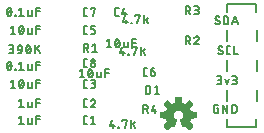
<source format=gto>
G04 EAGLE Gerber X2 export*
%TF.Part,Single*%
%TF.FileFunction,Legend,Top,1*%
%TF.FilePolarity,Positive*%
%TF.GenerationSoftware,Autodesk,EAGLE,9.4.0*%
%TF.CreationDate,2019-05-09T18:23:13Z*%
G75*
%MOMM*%
%FSLAX34Y34*%
%LPD*%
%INSilkscreen Top*%
%AMOC8*
5,1,8,0,0,1.08239X$1,22.5*%
G01*
%ADD10C,0.127000*%
%ADD11C,0.177800*%

G36*
X220140Y6496D02*
X220140Y6496D01*
X220248Y6506D01*
X220261Y6512D01*
X220275Y6514D01*
X220372Y6562D01*
X220471Y6607D01*
X220484Y6618D01*
X220493Y6622D01*
X220508Y6638D01*
X220585Y6700D01*
X223170Y9285D01*
X223233Y9374D01*
X223299Y9459D01*
X223304Y9472D01*
X223312Y9484D01*
X223343Y9587D01*
X223379Y9690D01*
X223379Y9704D01*
X223383Y9717D01*
X223379Y9825D01*
X223380Y9934D01*
X223375Y9947D01*
X223375Y9961D01*
X223337Y10063D01*
X223302Y10165D01*
X223293Y10180D01*
X223289Y10189D01*
X223275Y10206D01*
X223221Y10288D01*
X220457Y13678D01*
X221014Y14760D01*
X221020Y14780D01*
X221062Y14875D01*
X221433Y16034D01*
X225784Y16477D01*
X225888Y16505D01*
X225994Y16530D01*
X226006Y16537D01*
X226019Y16540D01*
X226109Y16601D01*
X226202Y16658D01*
X226210Y16669D01*
X226222Y16677D01*
X226288Y16763D01*
X226357Y16847D01*
X226361Y16860D01*
X226370Y16871D01*
X226404Y16974D01*
X226443Y17075D01*
X226444Y17093D01*
X226448Y17102D01*
X226448Y17124D01*
X226457Y17222D01*
X226457Y20878D01*
X226440Y20985D01*
X226426Y21093D01*
X226420Y21105D01*
X226418Y21119D01*
X226366Y21215D01*
X226319Y21312D01*
X226309Y21322D01*
X226303Y21334D01*
X226223Y21408D01*
X226147Y21485D01*
X226135Y21491D01*
X226125Y21501D01*
X226026Y21546D01*
X225929Y21594D01*
X225911Y21598D01*
X225902Y21602D01*
X225881Y21604D01*
X225784Y21623D01*
X221433Y22066D01*
X221062Y23225D01*
X221053Y23242D01*
X221051Y23250D01*
X221047Y23257D01*
X221014Y23340D01*
X220457Y24422D01*
X223221Y27812D01*
X223275Y27906D01*
X223332Y27998D01*
X223335Y28011D01*
X223342Y28023D01*
X223363Y28130D01*
X223388Y28235D01*
X223386Y28249D01*
X223389Y28263D01*
X223374Y28370D01*
X223364Y28478D01*
X223358Y28491D01*
X223356Y28505D01*
X223308Y28602D01*
X223263Y28701D01*
X223252Y28714D01*
X223248Y28723D01*
X223232Y28738D01*
X223170Y28815D01*
X220585Y31400D01*
X220496Y31463D01*
X220411Y31529D01*
X220398Y31534D01*
X220386Y31542D01*
X220283Y31573D01*
X220180Y31609D01*
X220166Y31609D01*
X220153Y31613D01*
X220045Y31609D01*
X219936Y31610D01*
X219923Y31605D01*
X219909Y31605D01*
X219807Y31567D01*
X219705Y31532D01*
X219690Y31523D01*
X219681Y31519D01*
X219664Y31505D01*
X219582Y31451D01*
X216192Y28687D01*
X215110Y29244D01*
X215090Y29250D01*
X214995Y29292D01*
X213836Y29663D01*
X213393Y34014D01*
X213365Y34118D01*
X213340Y34224D01*
X213333Y34236D01*
X213330Y34249D01*
X213269Y34339D01*
X213212Y34432D01*
X213201Y34440D01*
X213193Y34452D01*
X213107Y34518D01*
X213023Y34587D01*
X213010Y34591D01*
X212999Y34600D01*
X212896Y34634D01*
X212795Y34673D01*
X212777Y34674D01*
X212768Y34678D01*
X212746Y34678D01*
X212648Y34687D01*
X208992Y34687D01*
X208885Y34670D01*
X208777Y34656D01*
X208765Y34650D01*
X208751Y34648D01*
X208655Y34596D01*
X208558Y34549D01*
X208548Y34539D01*
X208536Y34533D01*
X208462Y34453D01*
X208385Y34377D01*
X208379Y34365D01*
X208369Y34355D01*
X208324Y34256D01*
X208276Y34159D01*
X208272Y34141D01*
X208268Y34132D01*
X208266Y34111D01*
X208247Y34014D01*
X207804Y29663D01*
X206645Y29292D01*
X206627Y29282D01*
X206530Y29244D01*
X205448Y28687D01*
X202058Y31451D01*
X201964Y31505D01*
X201872Y31562D01*
X201859Y31565D01*
X201847Y31572D01*
X201740Y31593D01*
X201635Y31618D01*
X201621Y31616D01*
X201607Y31619D01*
X201500Y31604D01*
X201392Y31594D01*
X201379Y31588D01*
X201366Y31586D01*
X201268Y31538D01*
X201169Y31493D01*
X201156Y31482D01*
X201147Y31478D01*
X201132Y31462D01*
X201055Y31400D01*
X198470Y28815D01*
X198407Y28726D01*
X198341Y28641D01*
X198336Y28628D01*
X198328Y28616D01*
X198297Y28513D01*
X198261Y28410D01*
X198261Y28396D01*
X198257Y28383D01*
X198261Y28275D01*
X198260Y28166D01*
X198265Y28153D01*
X198265Y28139D01*
X198303Y28037D01*
X198338Y27935D01*
X198347Y27920D01*
X198351Y27911D01*
X198365Y27894D01*
X198419Y27812D01*
X201183Y24422D01*
X200626Y23340D01*
X200620Y23320D01*
X200578Y23225D01*
X200207Y22066D01*
X195856Y21623D01*
X195752Y21595D01*
X195646Y21570D01*
X195634Y21563D01*
X195621Y21560D01*
X195531Y21499D01*
X195438Y21442D01*
X195430Y21431D01*
X195418Y21423D01*
X195352Y21337D01*
X195284Y21253D01*
X195279Y21240D01*
X195270Y21229D01*
X195236Y21126D01*
X195197Y21025D01*
X195196Y21007D01*
X195192Y20998D01*
X195193Y20976D01*
X195183Y20878D01*
X195183Y17222D01*
X195200Y17115D01*
X195214Y17007D01*
X195220Y16995D01*
X195222Y16981D01*
X195274Y16885D01*
X195321Y16788D01*
X195331Y16778D01*
X195337Y16766D01*
X195417Y16692D01*
X195493Y16615D01*
X195505Y16609D01*
X195516Y16599D01*
X195614Y16554D01*
X195711Y16506D01*
X195729Y16502D01*
X195738Y16498D01*
X195759Y16496D01*
X195856Y16477D01*
X200207Y16034D01*
X200578Y14875D01*
X200588Y14857D01*
X200626Y14760D01*
X201183Y13678D01*
X198419Y10288D01*
X198365Y10194D01*
X198308Y10102D01*
X198305Y10089D01*
X198298Y10077D01*
X198277Y9970D01*
X198252Y9865D01*
X198254Y9851D01*
X198251Y9837D01*
X198266Y9730D01*
X198276Y9622D01*
X198282Y9609D01*
X198284Y9596D01*
X198332Y9498D01*
X198377Y9399D01*
X198388Y9386D01*
X198392Y9377D01*
X198408Y9362D01*
X198470Y9285D01*
X201055Y6700D01*
X201144Y6637D01*
X201229Y6571D01*
X201242Y6566D01*
X201254Y6558D01*
X201357Y6527D01*
X201460Y6491D01*
X201474Y6491D01*
X201487Y6487D01*
X201595Y6491D01*
X201704Y6490D01*
X201717Y6495D01*
X201731Y6495D01*
X201833Y6533D01*
X201935Y6568D01*
X201950Y6577D01*
X201959Y6581D01*
X201976Y6595D01*
X202058Y6649D01*
X205448Y9413D01*
X206530Y8856D01*
X206583Y8839D01*
X206632Y8813D01*
X206698Y8802D01*
X206762Y8781D01*
X206818Y8782D01*
X206872Y8773D01*
X206939Y8784D01*
X207006Y8785D01*
X207058Y8803D01*
X207113Y8812D01*
X207173Y8844D01*
X207236Y8867D01*
X207279Y8901D01*
X207329Y8927D01*
X207375Y8976D01*
X207427Y9018D01*
X207458Y9065D01*
X207496Y9105D01*
X207552Y9210D01*
X207560Y9223D01*
X207561Y9228D01*
X207565Y9235D01*
X209718Y14432D01*
X209738Y14516D01*
X209743Y14528D01*
X209745Y14544D01*
X209770Y14630D01*
X209769Y14650D01*
X209774Y14670D01*
X209766Y14752D01*
X209767Y14771D01*
X209763Y14791D01*
X209759Y14874D01*
X209752Y14893D01*
X209750Y14913D01*
X209718Y14982D01*
X209712Y15009D01*
X209697Y15033D01*
X209670Y15102D01*
X209657Y15117D01*
X209649Y15135D01*
X209604Y15184D01*
X209584Y15216D01*
X209552Y15242D01*
X209513Y15288D01*
X209492Y15303D01*
X209482Y15313D01*
X209461Y15325D01*
X209398Y15369D01*
X209395Y15371D01*
X209394Y15371D01*
X209392Y15373D01*
X208508Y15868D01*
X207829Y16495D01*
X207315Y17264D01*
X206995Y18132D01*
X206887Y19049D01*
X207000Y19984D01*
X207331Y20865D01*
X207863Y21642D01*
X208564Y22271D01*
X209394Y22714D01*
X210306Y22948D01*
X211248Y22958D01*
X212164Y22744D01*
X213004Y22319D01*
X213718Y21706D01*
X214267Y20941D01*
X214618Y20067D01*
X214751Y19135D01*
X214659Y18198D01*
X214347Y17310D01*
X213832Y16522D01*
X213145Y15878D01*
X212246Y15372D01*
X212206Y15339D01*
X212164Y15317D01*
X212133Y15284D01*
X212085Y15249D01*
X212072Y15232D01*
X212056Y15219D01*
X212021Y15165D01*
X211997Y15139D01*
X211984Y15108D01*
X211942Y15051D01*
X211936Y15031D01*
X211925Y15013D01*
X211907Y14940D01*
X211897Y14917D01*
X211894Y14893D01*
X211871Y14818D01*
X211872Y14797D01*
X211867Y14776D01*
X211874Y14692D01*
X211873Y14674D01*
X211876Y14658D01*
X211879Y14574D01*
X211887Y14548D01*
X211888Y14533D01*
X211898Y14511D01*
X211922Y14432D01*
X212230Y13687D01*
X212231Y13687D01*
X212541Y12938D01*
X212851Y12189D01*
X212851Y12188D01*
X213162Y11440D01*
X213162Y11439D01*
X213472Y10690D01*
X213782Y9941D01*
X213783Y9941D01*
X214075Y9235D01*
X214104Y9188D01*
X214125Y9136D01*
X214168Y9085D01*
X214204Y9028D01*
X214247Y8993D01*
X214283Y8950D01*
X214340Y8916D01*
X214392Y8873D01*
X214444Y8854D01*
X214492Y8825D01*
X214558Y8811D01*
X214621Y8787D01*
X214676Y8785D01*
X214730Y8774D01*
X214797Y8781D01*
X214864Y8779D01*
X214918Y8795D01*
X214973Y8802D01*
X215084Y8846D01*
X215098Y8850D01*
X215102Y8853D01*
X215110Y8856D01*
X216192Y9413D01*
X219582Y6649D01*
X219676Y6595D01*
X219768Y6538D01*
X219781Y6535D01*
X219793Y6528D01*
X219900Y6507D01*
X220005Y6482D01*
X220019Y6484D01*
X220033Y6481D01*
X220140Y6496D01*
G37*
D10*
X243332Y24765D02*
X244475Y24765D01*
X244475Y20955D01*
X242189Y20955D01*
X242112Y20957D01*
X242035Y20963D01*
X241958Y20973D01*
X241882Y20986D01*
X241807Y21004D01*
X241733Y21025D01*
X241660Y21050D01*
X241588Y21079D01*
X241518Y21111D01*
X241449Y21146D01*
X241383Y21186D01*
X241318Y21228D01*
X241256Y21274D01*
X241196Y21323D01*
X241139Y21374D01*
X241084Y21429D01*
X241033Y21486D01*
X240984Y21546D01*
X240938Y21608D01*
X240896Y21673D01*
X240856Y21739D01*
X240821Y21808D01*
X240789Y21878D01*
X240760Y21950D01*
X240735Y22023D01*
X240714Y22097D01*
X240696Y22172D01*
X240683Y22248D01*
X240673Y22325D01*
X240667Y22402D01*
X240665Y22479D01*
X240665Y26289D01*
X240667Y26366D01*
X240673Y26443D01*
X240683Y26520D01*
X240696Y26596D01*
X240714Y26671D01*
X240735Y26745D01*
X240760Y26818D01*
X240789Y26890D01*
X240821Y26960D01*
X240856Y27029D01*
X240896Y27095D01*
X240938Y27160D01*
X240984Y27222D01*
X241033Y27282D01*
X241084Y27339D01*
X241139Y27394D01*
X241196Y27445D01*
X241256Y27494D01*
X241318Y27540D01*
X241383Y27582D01*
X241449Y27622D01*
X241518Y27657D01*
X241588Y27689D01*
X241660Y27718D01*
X241733Y27743D01*
X241807Y27764D01*
X241882Y27782D01*
X241958Y27795D01*
X242035Y27805D01*
X242112Y27811D01*
X242189Y27813D01*
X244475Y27813D01*
X248468Y27813D02*
X248468Y20955D01*
X252278Y20955D02*
X248468Y27813D01*
X252278Y27813D02*
X252278Y20955D01*
X256271Y20955D02*
X256271Y27813D01*
X258176Y27813D01*
X258261Y27811D01*
X258347Y27805D01*
X258432Y27796D01*
X258516Y27782D01*
X258600Y27765D01*
X258683Y27744D01*
X258765Y27720D01*
X258845Y27692D01*
X258925Y27660D01*
X259003Y27624D01*
X259079Y27586D01*
X259153Y27543D01*
X259225Y27498D01*
X259296Y27449D01*
X259364Y27397D01*
X259429Y27343D01*
X259492Y27285D01*
X259553Y27224D01*
X259611Y27161D01*
X259665Y27096D01*
X259717Y27028D01*
X259766Y26957D01*
X259811Y26885D01*
X259854Y26811D01*
X259892Y26735D01*
X259928Y26657D01*
X259960Y26577D01*
X259988Y26497D01*
X260012Y26415D01*
X260033Y26332D01*
X260050Y26248D01*
X260064Y26164D01*
X260073Y26079D01*
X260079Y25993D01*
X260081Y25908D01*
X260081Y22860D01*
X260079Y22775D01*
X260073Y22689D01*
X260064Y22604D01*
X260050Y22520D01*
X260033Y22436D01*
X260012Y22353D01*
X259988Y22271D01*
X259960Y22191D01*
X259928Y22111D01*
X259892Y22033D01*
X259854Y21957D01*
X259811Y21883D01*
X259766Y21811D01*
X259717Y21740D01*
X259665Y21672D01*
X259611Y21607D01*
X259553Y21544D01*
X259492Y21483D01*
X259429Y21425D01*
X259364Y21371D01*
X259296Y21319D01*
X259225Y21270D01*
X259153Y21225D01*
X259079Y21182D01*
X259003Y21144D01*
X258925Y21108D01*
X258845Y21076D01*
X258765Y21048D01*
X258683Y21024D01*
X258600Y21003D01*
X258516Y20986D01*
X258432Y20972D01*
X258347Y20963D01*
X258261Y20957D01*
X258176Y20955D01*
X256271Y20955D01*
X245110Y45085D02*
X243205Y45085D01*
X245110Y45085D02*
X245195Y45087D01*
X245281Y45093D01*
X245366Y45102D01*
X245450Y45116D01*
X245534Y45133D01*
X245617Y45154D01*
X245699Y45178D01*
X245779Y45206D01*
X245859Y45238D01*
X245937Y45274D01*
X246013Y45312D01*
X246087Y45355D01*
X246159Y45400D01*
X246230Y45449D01*
X246298Y45501D01*
X246363Y45555D01*
X246426Y45613D01*
X246487Y45674D01*
X246545Y45737D01*
X246599Y45802D01*
X246651Y45870D01*
X246700Y45941D01*
X246745Y46013D01*
X246788Y46087D01*
X246826Y46163D01*
X246862Y46241D01*
X246894Y46321D01*
X246922Y46401D01*
X246946Y46483D01*
X246967Y46566D01*
X246984Y46650D01*
X246998Y46734D01*
X247007Y46819D01*
X247013Y46905D01*
X247015Y46990D01*
X247013Y47075D01*
X247007Y47161D01*
X246998Y47246D01*
X246984Y47330D01*
X246967Y47414D01*
X246946Y47497D01*
X246922Y47579D01*
X246894Y47659D01*
X246862Y47739D01*
X246826Y47817D01*
X246788Y47893D01*
X246745Y47967D01*
X246700Y48039D01*
X246651Y48110D01*
X246599Y48178D01*
X246545Y48243D01*
X246487Y48306D01*
X246426Y48367D01*
X246363Y48425D01*
X246298Y48479D01*
X246230Y48531D01*
X246159Y48580D01*
X246087Y48625D01*
X246013Y48668D01*
X245937Y48706D01*
X245859Y48742D01*
X245779Y48774D01*
X245699Y48802D01*
X245617Y48826D01*
X245534Y48847D01*
X245450Y48864D01*
X245366Y48878D01*
X245281Y48887D01*
X245195Y48893D01*
X245110Y48895D01*
X245491Y51943D02*
X243205Y51943D01*
X245491Y51943D02*
X245568Y51941D01*
X245645Y51935D01*
X245722Y51925D01*
X245798Y51912D01*
X245873Y51894D01*
X245947Y51873D01*
X246020Y51848D01*
X246092Y51819D01*
X246162Y51787D01*
X246231Y51752D01*
X246297Y51712D01*
X246362Y51670D01*
X246424Y51624D01*
X246484Y51575D01*
X246541Y51524D01*
X246596Y51469D01*
X246647Y51412D01*
X246696Y51352D01*
X246742Y51290D01*
X246784Y51225D01*
X246824Y51159D01*
X246859Y51090D01*
X246891Y51020D01*
X246920Y50948D01*
X246945Y50875D01*
X246966Y50801D01*
X246984Y50726D01*
X246997Y50650D01*
X247007Y50573D01*
X247013Y50496D01*
X247015Y50419D01*
X247013Y50342D01*
X247007Y50265D01*
X246997Y50188D01*
X246984Y50112D01*
X246966Y50037D01*
X246945Y49963D01*
X246920Y49890D01*
X246891Y49818D01*
X246859Y49748D01*
X246824Y49679D01*
X246784Y49613D01*
X246742Y49548D01*
X246696Y49486D01*
X246647Y49426D01*
X246596Y49369D01*
X246541Y49314D01*
X246484Y49263D01*
X246424Y49214D01*
X246362Y49168D01*
X246297Y49126D01*
X246231Y49086D01*
X246162Y49051D01*
X246092Y49019D01*
X246020Y48990D01*
X245947Y48965D01*
X245873Y48944D01*
X245798Y48926D01*
X245722Y48913D01*
X245645Y48903D01*
X245568Y48897D01*
X245491Y48895D01*
X243967Y48895D01*
X250170Y49657D02*
X251694Y45085D01*
X253218Y49657D01*
X256372Y45085D02*
X258277Y45085D01*
X258362Y45087D01*
X258448Y45093D01*
X258533Y45102D01*
X258617Y45116D01*
X258701Y45133D01*
X258784Y45154D01*
X258866Y45178D01*
X258946Y45206D01*
X259026Y45238D01*
X259104Y45274D01*
X259180Y45312D01*
X259254Y45355D01*
X259326Y45400D01*
X259397Y45449D01*
X259465Y45501D01*
X259530Y45555D01*
X259593Y45613D01*
X259654Y45674D01*
X259712Y45737D01*
X259766Y45802D01*
X259818Y45870D01*
X259867Y45941D01*
X259912Y46013D01*
X259955Y46087D01*
X259993Y46163D01*
X260029Y46241D01*
X260061Y46321D01*
X260089Y46401D01*
X260113Y46483D01*
X260134Y46566D01*
X260151Y46650D01*
X260165Y46734D01*
X260174Y46819D01*
X260180Y46905D01*
X260182Y46990D01*
X260180Y47075D01*
X260174Y47161D01*
X260165Y47246D01*
X260151Y47330D01*
X260134Y47414D01*
X260113Y47497D01*
X260089Y47579D01*
X260061Y47659D01*
X260029Y47739D01*
X259993Y47817D01*
X259955Y47893D01*
X259912Y47967D01*
X259867Y48039D01*
X259818Y48110D01*
X259766Y48178D01*
X259712Y48243D01*
X259654Y48306D01*
X259593Y48367D01*
X259530Y48425D01*
X259465Y48479D01*
X259397Y48531D01*
X259326Y48580D01*
X259254Y48625D01*
X259180Y48668D01*
X259104Y48706D01*
X259026Y48742D01*
X258946Y48774D01*
X258866Y48802D01*
X258784Y48826D01*
X258701Y48847D01*
X258617Y48864D01*
X258533Y48878D01*
X258448Y48887D01*
X258362Y48893D01*
X258277Y48895D01*
X258658Y51943D02*
X256372Y51943D01*
X258658Y51943D02*
X258735Y51941D01*
X258812Y51935D01*
X258889Y51925D01*
X258965Y51912D01*
X259040Y51894D01*
X259114Y51873D01*
X259187Y51848D01*
X259259Y51819D01*
X259329Y51787D01*
X259398Y51752D01*
X259464Y51712D01*
X259529Y51670D01*
X259591Y51624D01*
X259651Y51575D01*
X259708Y51524D01*
X259763Y51469D01*
X259814Y51412D01*
X259863Y51352D01*
X259909Y51290D01*
X259951Y51225D01*
X259991Y51159D01*
X260026Y51090D01*
X260058Y51020D01*
X260087Y50948D01*
X260112Y50875D01*
X260133Y50801D01*
X260151Y50726D01*
X260164Y50650D01*
X260174Y50573D01*
X260180Y50496D01*
X260182Y50419D01*
X260180Y50342D01*
X260174Y50265D01*
X260164Y50188D01*
X260151Y50112D01*
X260133Y50037D01*
X260112Y49963D01*
X260087Y49890D01*
X260058Y49818D01*
X260026Y49748D01*
X259991Y49679D01*
X259951Y49613D01*
X259909Y49548D01*
X259863Y49486D01*
X259814Y49426D01*
X259763Y49369D01*
X259708Y49314D01*
X259651Y49263D01*
X259591Y49214D01*
X259529Y49168D01*
X259464Y49126D01*
X259398Y49086D01*
X259329Y49051D01*
X259259Y49019D01*
X259187Y48990D01*
X259114Y48965D01*
X259040Y48944D01*
X258965Y48926D01*
X258889Y48913D01*
X258812Y48903D01*
X258735Y48897D01*
X258658Y48895D01*
X257134Y48895D01*
X246761Y70485D02*
X246838Y70487D01*
X246915Y70493D01*
X246992Y70503D01*
X247068Y70516D01*
X247143Y70534D01*
X247217Y70555D01*
X247290Y70580D01*
X247362Y70609D01*
X247432Y70641D01*
X247501Y70676D01*
X247567Y70716D01*
X247632Y70758D01*
X247694Y70804D01*
X247754Y70853D01*
X247811Y70904D01*
X247866Y70959D01*
X247917Y71016D01*
X247966Y71076D01*
X248012Y71138D01*
X248054Y71203D01*
X248094Y71269D01*
X248129Y71338D01*
X248161Y71408D01*
X248190Y71480D01*
X248215Y71553D01*
X248236Y71627D01*
X248254Y71702D01*
X248267Y71778D01*
X248277Y71855D01*
X248283Y71932D01*
X248285Y72009D01*
X246761Y70485D02*
X246651Y70487D01*
X246540Y70493D01*
X246430Y70502D01*
X246320Y70515D01*
X246211Y70532D01*
X246103Y70553D01*
X245995Y70577D01*
X245888Y70606D01*
X245782Y70637D01*
X245678Y70673D01*
X245574Y70712D01*
X245472Y70754D01*
X245372Y70800D01*
X245273Y70850D01*
X245176Y70902D01*
X245080Y70959D01*
X244987Y71018D01*
X244896Y71080D01*
X244807Y71146D01*
X244720Y71214D01*
X244636Y71286D01*
X244554Y71360D01*
X244475Y71437D01*
X244666Y75819D02*
X244668Y75896D01*
X244674Y75973D01*
X244684Y76050D01*
X244697Y76126D01*
X244715Y76201D01*
X244736Y76275D01*
X244761Y76348D01*
X244790Y76420D01*
X244822Y76490D01*
X244857Y76559D01*
X244897Y76625D01*
X244939Y76690D01*
X244985Y76752D01*
X245034Y76812D01*
X245085Y76869D01*
X245140Y76924D01*
X245197Y76975D01*
X245257Y77024D01*
X245319Y77070D01*
X245384Y77112D01*
X245450Y77152D01*
X245519Y77187D01*
X245589Y77219D01*
X245661Y77248D01*
X245734Y77273D01*
X245808Y77294D01*
X245883Y77312D01*
X245959Y77325D01*
X246036Y77335D01*
X246113Y77341D01*
X246190Y77343D01*
X246190Y77344D02*
X246292Y77342D01*
X246394Y77337D01*
X246496Y77328D01*
X246597Y77315D01*
X246698Y77298D01*
X246798Y77279D01*
X246898Y77255D01*
X246996Y77228D01*
X247094Y77197D01*
X247190Y77163D01*
X247285Y77126D01*
X247379Y77085D01*
X247471Y77041D01*
X247561Y76993D01*
X247650Y76943D01*
X247737Y76889D01*
X247822Y76832D01*
X247905Y76772D01*
X245427Y74485D02*
X245362Y74526D01*
X245299Y74569D01*
X245239Y74616D01*
X245180Y74666D01*
X245125Y74718D01*
X245072Y74773D01*
X245021Y74831D01*
X244974Y74891D01*
X244930Y74954D01*
X244888Y75018D01*
X244850Y75084D01*
X244816Y75153D01*
X244785Y75223D01*
X244757Y75294D01*
X244733Y75366D01*
X244712Y75440D01*
X244695Y75515D01*
X244682Y75590D01*
X244673Y75666D01*
X244667Y75742D01*
X244665Y75819D01*
X247523Y73343D02*
X247588Y73302D01*
X247651Y73259D01*
X247711Y73212D01*
X247770Y73162D01*
X247825Y73110D01*
X247878Y73055D01*
X247929Y72997D01*
X247976Y72937D01*
X248020Y72874D01*
X248062Y72810D01*
X248100Y72744D01*
X248134Y72675D01*
X248165Y72605D01*
X248193Y72534D01*
X248217Y72462D01*
X248238Y72388D01*
X248255Y72313D01*
X248268Y72238D01*
X248277Y72162D01*
X248283Y72086D01*
X248285Y72009D01*
X247523Y73343D02*
X245428Y74486D01*
X253039Y70485D02*
X254563Y70485D01*
X253039Y70485D02*
X252962Y70487D01*
X252885Y70493D01*
X252808Y70503D01*
X252732Y70516D01*
X252657Y70534D01*
X252583Y70555D01*
X252510Y70580D01*
X252438Y70609D01*
X252368Y70641D01*
X252299Y70676D01*
X252233Y70716D01*
X252168Y70758D01*
X252106Y70804D01*
X252046Y70853D01*
X251989Y70904D01*
X251934Y70959D01*
X251883Y71016D01*
X251834Y71076D01*
X251788Y71138D01*
X251746Y71203D01*
X251706Y71269D01*
X251671Y71338D01*
X251639Y71408D01*
X251610Y71480D01*
X251585Y71553D01*
X251564Y71627D01*
X251546Y71702D01*
X251533Y71778D01*
X251523Y71855D01*
X251517Y71932D01*
X251515Y72009D01*
X251515Y75819D01*
X251517Y75896D01*
X251523Y75973D01*
X251533Y76050D01*
X251546Y76126D01*
X251564Y76201D01*
X251585Y76275D01*
X251610Y76348D01*
X251639Y76420D01*
X251671Y76490D01*
X251706Y76559D01*
X251746Y76625D01*
X251788Y76690D01*
X251834Y76752D01*
X251883Y76812D01*
X251934Y76869D01*
X251989Y76924D01*
X252046Y76975D01*
X252106Y77024D01*
X252168Y77070D01*
X252233Y77112D01*
X252299Y77152D01*
X252368Y77187D01*
X252438Y77219D01*
X252510Y77248D01*
X252583Y77273D01*
X252657Y77294D01*
X252732Y77312D01*
X252808Y77325D01*
X252885Y77335D01*
X252962Y77341D01*
X253039Y77343D01*
X254563Y77343D01*
X257907Y77343D02*
X257907Y70485D01*
X260955Y70485D01*
X244221Y95885D02*
X244298Y95887D01*
X244375Y95893D01*
X244452Y95903D01*
X244528Y95916D01*
X244603Y95934D01*
X244677Y95955D01*
X244750Y95980D01*
X244822Y96009D01*
X244892Y96041D01*
X244961Y96076D01*
X245027Y96116D01*
X245092Y96158D01*
X245154Y96204D01*
X245214Y96253D01*
X245271Y96304D01*
X245326Y96359D01*
X245377Y96416D01*
X245426Y96476D01*
X245472Y96538D01*
X245514Y96603D01*
X245554Y96669D01*
X245589Y96738D01*
X245621Y96808D01*
X245650Y96880D01*
X245675Y96953D01*
X245696Y97027D01*
X245714Y97102D01*
X245727Y97178D01*
X245737Y97255D01*
X245743Y97332D01*
X245745Y97409D01*
X244221Y95885D02*
X244111Y95887D01*
X244000Y95893D01*
X243890Y95902D01*
X243780Y95915D01*
X243671Y95932D01*
X243563Y95953D01*
X243455Y95977D01*
X243348Y96006D01*
X243242Y96037D01*
X243138Y96073D01*
X243034Y96112D01*
X242932Y96154D01*
X242832Y96200D01*
X242733Y96250D01*
X242636Y96302D01*
X242540Y96359D01*
X242447Y96418D01*
X242356Y96480D01*
X242267Y96546D01*
X242180Y96614D01*
X242096Y96686D01*
X242014Y96760D01*
X241935Y96837D01*
X242126Y101219D02*
X242128Y101296D01*
X242134Y101373D01*
X242144Y101450D01*
X242157Y101526D01*
X242175Y101601D01*
X242196Y101675D01*
X242221Y101748D01*
X242250Y101820D01*
X242282Y101890D01*
X242317Y101959D01*
X242357Y102025D01*
X242399Y102090D01*
X242445Y102152D01*
X242494Y102212D01*
X242545Y102269D01*
X242600Y102324D01*
X242657Y102375D01*
X242717Y102424D01*
X242779Y102470D01*
X242844Y102512D01*
X242910Y102552D01*
X242979Y102587D01*
X243049Y102619D01*
X243121Y102648D01*
X243194Y102673D01*
X243268Y102694D01*
X243343Y102712D01*
X243419Y102725D01*
X243496Y102735D01*
X243573Y102741D01*
X243650Y102743D01*
X243650Y102744D02*
X243752Y102742D01*
X243854Y102737D01*
X243956Y102728D01*
X244057Y102715D01*
X244158Y102698D01*
X244258Y102679D01*
X244358Y102655D01*
X244456Y102628D01*
X244554Y102597D01*
X244650Y102563D01*
X244745Y102526D01*
X244839Y102485D01*
X244931Y102441D01*
X245021Y102393D01*
X245110Y102343D01*
X245197Y102289D01*
X245282Y102232D01*
X245365Y102172D01*
X242887Y99885D02*
X242822Y99926D01*
X242759Y99969D01*
X242699Y100016D01*
X242640Y100066D01*
X242585Y100118D01*
X242532Y100173D01*
X242481Y100231D01*
X242434Y100291D01*
X242390Y100354D01*
X242348Y100418D01*
X242310Y100484D01*
X242276Y100553D01*
X242245Y100623D01*
X242217Y100694D01*
X242193Y100766D01*
X242172Y100840D01*
X242155Y100915D01*
X242142Y100990D01*
X242133Y101066D01*
X242127Y101142D01*
X242125Y101219D01*
X244983Y98743D02*
X245048Y98702D01*
X245111Y98659D01*
X245171Y98612D01*
X245230Y98562D01*
X245285Y98510D01*
X245338Y98455D01*
X245389Y98397D01*
X245436Y98337D01*
X245480Y98274D01*
X245522Y98210D01*
X245560Y98144D01*
X245594Y98075D01*
X245625Y98005D01*
X245653Y97934D01*
X245677Y97862D01*
X245698Y97788D01*
X245715Y97713D01*
X245728Y97638D01*
X245737Y97562D01*
X245743Y97486D01*
X245745Y97409D01*
X244983Y98743D02*
X242888Y99886D01*
X249250Y102743D02*
X249250Y95885D01*
X249250Y102743D02*
X251155Y102743D01*
X251240Y102741D01*
X251326Y102735D01*
X251411Y102726D01*
X251495Y102712D01*
X251579Y102695D01*
X251662Y102674D01*
X251744Y102650D01*
X251824Y102622D01*
X251904Y102590D01*
X251982Y102554D01*
X252058Y102516D01*
X252132Y102473D01*
X252204Y102428D01*
X252275Y102379D01*
X252343Y102327D01*
X252408Y102273D01*
X252471Y102215D01*
X252532Y102154D01*
X252590Y102091D01*
X252644Y102026D01*
X252696Y101958D01*
X252745Y101887D01*
X252790Y101815D01*
X252833Y101741D01*
X252871Y101665D01*
X252907Y101587D01*
X252939Y101507D01*
X252967Y101427D01*
X252991Y101345D01*
X253012Y101262D01*
X253029Y101178D01*
X253043Y101094D01*
X253052Y101009D01*
X253058Y100923D01*
X253060Y100838D01*
X253060Y97790D01*
X253058Y97705D01*
X253052Y97619D01*
X253043Y97534D01*
X253029Y97450D01*
X253012Y97366D01*
X252991Y97283D01*
X252967Y97201D01*
X252939Y97121D01*
X252907Y97041D01*
X252871Y96963D01*
X252833Y96887D01*
X252790Y96813D01*
X252745Y96741D01*
X252696Y96670D01*
X252644Y96602D01*
X252590Y96537D01*
X252532Y96474D01*
X252471Y96413D01*
X252408Y96355D01*
X252343Y96301D01*
X252275Y96249D01*
X252204Y96200D01*
X252132Y96155D01*
X252058Y96112D01*
X251982Y96074D01*
X251904Y96038D01*
X251824Y96006D01*
X251744Y95978D01*
X251662Y95954D01*
X251579Y95933D01*
X251495Y95916D01*
X251411Y95902D01*
X251326Y95893D01*
X251240Y95887D01*
X251155Y95885D01*
X249250Y95885D01*
X256428Y95885D02*
X258714Y102743D01*
X261000Y95885D01*
X260429Y97600D02*
X257000Y97600D01*
X133446Y11557D02*
X131922Y11557D01*
X131845Y11559D01*
X131768Y11565D01*
X131691Y11575D01*
X131615Y11588D01*
X131540Y11606D01*
X131466Y11627D01*
X131393Y11652D01*
X131321Y11681D01*
X131251Y11713D01*
X131182Y11748D01*
X131116Y11788D01*
X131051Y11830D01*
X130989Y11876D01*
X130929Y11925D01*
X130872Y11976D01*
X130817Y12031D01*
X130766Y12088D01*
X130717Y12148D01*
X130671Y12210D01*
X130629Y12275D01*
X130589Y12341D01*
X130554Y12410D01*
X130522Y12480D01*
X130493Y12552D01*
X130468Y12625D01*
X130447Y12699D01*
X130429Y12774D01*
X130416Y12850D01*
X130406Y12927D01*
X130400Y13004D01*
X130398Y13081D01*
X130398Y16891D01*
X130400Y16968D01*
X130406Y17045D01*
X130416Y17122D01*
X130429Y17198D01*
X130447Y17273D01*
X130468Y17347D01*
X130493Y17420D01*
X130522Y17492D01*
X130554Y17562D01*
X130589Y17631D01*
X130629Y17697D01*
X130671Y17762D01*
X130717Y17824D01*
X130766Y17884D01*
X130817Y17941D01*
X130872Y17996D01*
X130929Y18047D01*
X130989Y18096D01*
X131051Y18142D01*
X131116Y18184D01*
X131182Y18224D01*
X131251Y18259D01*
X131321Y18291D01*
X131393Y18320D01*
X131466Y18345D01*
X131540Y18366D01*
X131615Y18384D01*
X131691Y18397D01*
X131768Y18407D01*
X131845Y18413D01*
X131922Y18415D01*
X133446Y18415D01*
X136525Y16891D02*
X138430Y18415D01*
X138430Y11557D01*
X136525Y11557D02*
X140335Y11557D01*
X77794Y18415D02*
X75889Y16891D01*
X77794Y18415D02*
X77794Y11557D01*
X75889Y11557D02*
X79699Y11557D01*
X83342Y12700D02*
X83342Y16129D01*
X83342Y12700D02*
X83344Y12634D01*
X83350Y12567D01*
X83359Y12502D01*
X83373Y12436D01*
X83390Y12372D01*
X83411Y12309D01*
X83435Y12247D01*
X83464Y12187D01*
X83495Y12129D01*
X83530Y12072D01*
X83568Y12017D01*
X83609Y11965D01*
X83654Y11916D01*
X83701Y11869D01*
X83750Y11824D01*
X83802Y11783D01*
X83857Y11745D01*
X83914Y11710D01*
X83972Y11679D01*
X84032Y11650D01*
X84094Y11626D01*
X84157Y11605D01*
X84221Y11588D01*
X84287Y11574D01*
X84352Y11565D01*
X84419Y11559D01*
X84485Y11557D01*
X86390Y11557D01*
X86390Y16129D01*
X90297Y18415D02*
X90297Y11557D01*
X90297Y18415D02*
X93345Y18415D01*
X93345Y15367D02*
X90297Y15367D01*
X131922Y25527D02*
X133446Y25527D01*
X131922Y25527D02*
X131845Y25529D01*
X131768Y25535D01*
X131691Y25545D01*
X131615Y25558D01*
X131540Y25576D01*
X131466Y25597D01*
X131393Y25622D01*
X131321Y25651D01*
X131251Y25683D01*
X131182Y25718D01*
X131116Y25758D01*
X131051Y25800D01*
X130989Y25846D01*
X130929Y25895D01*
X130872Y25946D01*
X130817Y26001D01*
X130766Y26058D01*
X130717Y26118D01*
X130671Y26180D01*
X130629Y26245D01*
X130589Y26311D01*
X130554Y26380D01*
X130522Y26450D01*
X130493Y26522D01*
X130468Y26595D01*
X130447Y26669D01*
X130429Y26744D01*
X130416Y26820D01*
X130406Y26897D01*
X130400Y26974D01*
X130398Y27051D01*
X130398Y30861D01*
X130400Y30938D01*
X130406Y31015D01*
X130416Y31092D01*
X130429Y31168D01*
X130447Y31243D01*
X130468Y31317D01*
X130493Y31390D01*
X130522Y31462D01*
X130554Y31532D01*
X130589Y31601D01*
X130629Y31667D01*
X130671Y31732D01*
X130717Y31794D01*
X130766Y31854D01*
X130817Y31911D01*
X130872Y31966D01*
X130929Y32017D01*
X130989Y32066D01*
X131051Y32112D01*
X131116Y32154D01*
X131182Y32194D01*
X131251Y32229D01*
X131321Y32261D01*
X131393Y32290D01*
X131466Y32315D01*
X131540Y32336D01*
X131615Y32354D01*
X131691Y32367D01*
X131768Y32377D01*
X131845Y32383D01*
X131922Y32385D01*
X133446Y32385D01*
X138621Y32386D02*
X138703Y32384D01*
X138784Y32378D01*
X138865Y32369D01*
X138946Y32355D01*
X139025Y32338D01*
X139104Y32317D01*
X139182Y32292D01*
X139258Y32263D01*
X139333Y32231D01*
X139407Y32195D01*
X139479Y32156D01*
X139548Y32114D01*
X139616Y32068D01*
X139681Y32019D01*
X139744Y31967D01*
X139804Y31912D01*
X139862Y31854D01*
X139917Y31794D01*
X139969Y31731D01*
X140018Y31666D01*
X140064Y31598D01*
X140106Y31529D01*
X140145Y31457D01*
X140181Y31383D01*
X140213Y31308D01*
X140242Y31232D01*
X140267Y31154D01*
X140288Y31075D01*
X140305Y30996D01*
X140319Y30915D01*
X140328Y30834D01*
X140334Y30753D01*
X140336Y30671D01*
X138621Y32385D02*
X138529Y32383D01*
X138437Y32377D01*
X138345Y32368D01*
X138253Y32354D01*
X138163Y32337D01*
X138073Y32316D01*
X137984Y32291D01*
X137896Y32262D01*
X137809Y32230D01*
X137724Y32194D01*
X137641Y32155D01*
X137559Y32112D01*
X137479Y32066D01*
X137401Y32016D01*
X137325Y31964D01*
X137252Y31908D01*
X137181Y31849D01*
X137112Y31787D01*
X137046Y31722D01*
X136983Y31655D01*
X136923Y31585D01*
X136865Y31513D01*
X136811Y31438D01*
X136760Y31361D01*
X136712Y31282D01*
X136668Y31201D01*
X136627Y31118D01*
X136589Y31034D01*
X136555Y30948D01*
X136525Y30861D01*
X139764Y29337D02*
X139823Y29396D01*
X139879Y29457D01*
X139932Y29520D01*
X139983Y29586D01*
X140030Y29654D01*
X140074Y29724D01*
X140115Y29796D01*
X140153Y29870D01*
X140187Y29945D01*
X140218Y30022D01*
X140245Y30100D01*
X140269Y30180D01*
X140290Y30260D01*
X140306Y30341D01*
X140319Y30423D01*
X140329Y30505D01*
X140334Y30588D01*
X140336Y30671D01*
X139764Y29337D02*
X136525Y25527D01*
X140335Y25527D01*
X77794Y32385D02*
X75889Y30861D01*
X77794Y32385D02*
X77794Y25527D01*
X75889Y25527D02*
X79699Y25527D01*
X83342Y26670D02*
X83342Y30099D01*
X83342Y26670D02*
X83344Y26604D01*
X83350Y26537D01*
X83359Y26472D01*
X83373Y26406D01*
X83390Y26342D01*
X83411Y26279D01*
X83435Y26217D01*
X83464Y26157D01*
X83495Y26099D01*
X83530Y26042D01*
X83568Y25987D01*
X83609Y25935D01*
X83654Y25886D01*
X83701Y25839D01*
X83750Y25794D01*
X83802Y25753D01*
X83857Y25715D01*
X83914Y25680D01*
X83972Y25649D01*
X84032Y25620D01*
X84094Y25596D01*
X84157Y25575D01*
X84221Y25558D01*
X84287Y25544D01*
X84352Y25535D01*
X84419Y25529D01*
X84485Y25527D01*
X86390Y25527D01*
X86390Y30099D01*
X90297Y32385D02*
X90297Y25527D01*
X90297Y32385D02*
X93345Y32385D01*
X93345Y29337D02*
X90297Y29337D01*
X131922Y42037D02*
X133446Y42037D01*
X131922Y42037D02*
X131845Y42039D01*
X131768Y42045D01*
X131691Y42055D01*
X131615Y42068D01*
X131540Y42086D01*
X131466Y42107D01*
X131393Y42132D01*
X131321Y42161D01*
X131251Y42193D01*
X131182Y42228D01*
X131116Y42268D01*
X131051Y42310D01*
X130989Y42356D01*
X130929Y42405D01*
X130872Y42456D01*
X130817Y42511D01*
X130766Y42568D01*
X130717Y42628D01*
X130671Y42690D01*
X130629Y42755D01*
X130589Y42821D01*
X130554Y42890D01*
X130522Y42960D01*
X130493Y43032D01*
X130468Y43105D01*
X130447Y43179D01*
X130429Y43254D01*
X130416Y43330D01*
X130406Y43407D01*
X130400Y43484D01*
X130398Y43561D01*
X130398Y47371D01*
X130400Y47448D01*
X130406Y47525D01*
X130416Y47602D01*
X130429Y47678D01*
X130447Y47753D01*
X130468Y47827D01*
X130493Y47900D01*
X130522Y47972D01*
X130554Y48042D01*
X130589Y48111D01*
X130629Y48177D01*
X130671Y48242D01*
X130717Y48304D01*
X130766Y48364D01*
X130817Y48421D01*
X130872Y48476D01*
X130929Y48527D01*
X130989Y48576D01*
X131051Y48622D01*
X131116Y48664D01*
X131182Y48704D01*
X131251Y48739D01*
X131321Y48771D01*
X131393Y48800D01*
X131466Y48825D01*
X131540Y48846D01*
X131615Y48864D01*
X131691Y48877D01*
X131768Y48887D01*
X131845Y48893D01*
X131922Y48895D01*
X133446Y48895D01*
X136525Y42037D02*
X138430Y42037D01*
X138515Y42039D01*
X138601Y42045D01*
X138686Y42054D01*
X138770Y42068D01*
X138854Y42085D01*
X138937Y42106D01*
X139019Y42130D01*
X139099Y42158D01*
X139179Y42190D01*
X139257Y42226D01*
X139333Y42264D01*
X139407Y42307D01*
X139479Y42352D01*
X139550Y42401D01*
X139618Y42453D01*
X139683Y42507D01*
X139746Y42565D01*
X139807Y42626D01*
X139865Y42689D01*
X139919Y42754D01*
X139971Y42822D01*
X140020Y42893D01*
X140065Y42965D01*
X140108Y43039D01*
X140146Y43115D01*
X140182Y43193D01*
X140214Y43273D01*
X140242Y43353D01*
X140266Y43435D01*
X140287Y43518D01*
X140304Y43602D01*
X140318Y43686D01*
X140327Y43771D01*
X140333Y43857D01*
X140335Y43942D01*
X140333Y44027D01*
X140327Y44113D01*
X140318Y44198D01*
X140304Y44282D01*
X140287Y44366D01*
X140266Y44449D01*
X140242Y44531D01*
X140214Y44611D01*
X140182Y44691D01*
X140146Y44769D01*
X140108Y44845D01*
X140065Y44919D01*
X140020Y44991D01*
X139971Y45062D01*
X139919Y45130D01*
X139865Y45195D01*
X139807Y45258D01*
X139746Y45319D01*
X139683Y45377D01*
X139618Y45431D01*
X139550Y45483D01*
X139479Y45532D01*
X139407Y45577D01*
X139333Y45620D01*
X139257Y45658D01*
X139179Y45694D01*
X139099Y45726D01*
X139019Y45754D01*
X138937Y45778D01*
X138854Y45799D01*
X138770Y45816D01*
X138686Y45830D01*
X138601Y45839D01*
X138515Y45845D01*
X138430Y45847D01*
X138811Y48895D02*
X136525Y48895D01*
X138811Y48895D02*
X138888Y48893D01*
X138965Y48887D01*
X139042Y48877D01*
X139118Y48864D01*
X139193Y48846D01*
X139267Y48825D01*
X139340Y48800D01*
X139412Y48771D01*
X139482Y48739D01*
X139551Y48704D01*
X139617Y48664D01*
X139682Y48622D01*
X139744Y48576D01*
X139804Y48527D01*
X139861Y48476D01*
X139916Y48421D01*
X139967Y48364D01*
X140016Y48304D01*
X140062Y48242D01*
X140104Y48177D01*
X140144Y48111D01*
X140179Y48042D01*
X140211Y47972D01*
X140240Y47900D01*
X140265Y47827D01*
X140286Y47753D01*
X140304Y47678D01*
X140317Y47602D01*
X140327Y47525D01*
X140333Y47448D01*
X140335Y47371D01*
X140333Y47294D01*
X140327Y47217D01*
X140317Y47140D01*
X140304Y47064D01*
X140286Y46989D01*
X140265Y46915D01*
X140240Y46842D01*
X140211Y46770D01*
X140179Y46700D01*
X140144Y46631D01*
X140104Y46565D01*
X140062Y46500D01*
X140016Y46438D01*
X139967Y46378D01*
X139916Y46321D01*
X139861Y46266D01*
X139804Y46215D01*
X139744Y46166D01*
X139682Y46120D01*
X139617Y46078D01*
X139551Y46038D01*
X139482Y46003D01*
X139412Y45971D01*
X139340Y45942D01*
X139267Y45917D01*
X139193Y45896D01*
X139118Y45878D01*
X139042Y45865D01*
X138965Y45855D01*
X138888Y45849D01*
X138811Y45847D01*
X137287Y45847D01*
X70479Y48895D02*
X68574Y47371D01*
X70479Y48895D02*
X70479Y42037D01*
X68574Y42037D02*
X72384Y42037D01*
X75889Y45466D02*
X75891Y45608D01*
X75896Y45751D01*
X75905Y45893D01*
X75918Y46035D01*
X75934Y46176D01*
X75953Y46317D01*
X75977Y46458D01*
X76003Y46598D01*
X76034Y46737D01*
X76068Y46875D01*
X76105Y47013D01*
X76145Y47149D01*
X76190Y47285D01*
X76237Y47419D01*
X76288Y47552D01*
X76342Y47684D01*
X76400Y47814D01*
X76461Y47943D01*
X76460Y47942D02*
X76486Y48011D01*
X76515Y48077D01*
X76547Y48143D01*
X76582Y48206D01*
X76621Y48268D01*
X76663Y48328D01*
X76708Y48385D01*
X76756Y48440D01*
X76807Y48492D01*
X76860Y48542D01*
X76916Y48588D01*
X76974Y48632D01*
X77035Y48673D01*
X77097Y48711D01*
X77161Y48745D01*
X77227Y48776D01*
X77295Y48804D01*
X77364Y48828D01*
X77434Y48848D01*
X77505Y48865D01*
X77576Y48878D01*
X77648Y48887D01*
X77721Y48893D01*
X77794Y48895D01*
X77867Y48893D01*
X77940Y48887D01*
X78012Y48878D01*
X78083Y48865D01*
X78154Y48848D01*
X78224Y48828D01*
X78293Y48804D01*
X78361Y48776D01*
X78427Y48745D01*
X78491Y48711D01*
X78553Y48673D01*
X78614Y48632D01*
X78672Y48588D01*
X78728Y48542D01*
X78781Y48492D01*
X78832Y48440D01*
X78880Y48385D01*
X78925Y48328D01*
X78967Y48268D01*
X79006Y48206D01*
X79041Y48143D01*
X79073Y48077D01*
X79102Y48011D01*
X79128Y47942D01*
X79128Y47943D02*
X79189Y47814D01*
X79247Y47684D01*
X79301Y47552D01*
X79352Y47419D01*
X79399Y47285D01*
X79444Y47149D01*
X79484Y47013D01*
X79521Y46875D01*
X79555Y46737D01*
X79586Y46598D01*
X79612Y46458D01*
X79636Y46317D01*
X79655Y46176D01*
X79671Y46035D01*
X79684Y45893D01*
X79693Y45751D01*
X79698Y45608D01*
X79700Y45466D01*
X75889Y45466D02*
X75891Y45324D01*
X75896Y45181D01*
X75905Y45039D01*
X75918Y44897D01*
X75934Y44756D01*
X75953Y44615D01*
X75977Y44474D01*
X76003Y44334D01*
X76034Y44195D01*
X76068Y44057D01*
X76105Y43919D01*
X76145Y43783D01*
X76190Y43647D01*
X76237Y43513D01*
X76288Y43380D01*
X76342Y43248D01*
X76400Y43118D01*
X76461Y42989D01*
X76460Y42990D02*
X76486Y42921D01*
X76515Y42855D01*
X76547Y42789D01*
X76582Y42726D01*
X76621Y42664D01*
X76663Y42604D01*
X76708Y42547D01*
X76756Y42492D01*
X76807Y42440D01*
X76860Y42390D01*
X76916Y42344D01*
X76974Y42300D01*
X77035Y42259D01*
X77097Y42221D01*
X77161Y42187D01*
X77227Y42156D01*
X77295Y42128D01*
X77364Y42104D01*
X77434Y42084D01*
X77505Y42067D01*
X77576Y42054D01*
X77648Y42045D01*
X77721Y42039D01*
X77794Y42037D01*
X79128Y42989D02*
X79189Y43118D01*
X79247Y43248D01*
X79301Y43380D01*
X79352Y43513D01*
X79399Y43647D01*
X79444Y43783D01*
X79484Y43919D01*
X79521Y44057D01*
X79555Y44195D01*
X79586Y44334D01*
X79612Y44474D01*
X79636Y44615D01*
X79655Y44756D01*
X79671Y44897D01*
X79684Y45039D01*
X79693Y45181D01*
X79698Y45324D01*
X79700Y45466D01*
X79128Y42990D02*
X79102Y42921D01*
X79073Y42855D01*
X79041Y42789D01*
X79006Y42726D01*
X78967Y42664D01*
X78925Y42604D01*
X78880Y42547D01*
X78832Y42492D01*
X78781Y42440D01*
X78728Y42390D01*
X78672Y42344D01*
X78614Y42300D01*
X78553Y42259D01*
X78491Y42221D01*
X78427Y42187D01*
X78361Y42156D01*
X78293Y42128D01*
X78224Y42104D01*
X78154Y42084D01*
X78083Y42067D01*
X78012Y42054D01*
X77940Y42045D01*
X77867Y42039D01*
X77794Y42037D01*
X76270Y43561D02*
X79318Y47371D01*
X83342Y46609D02*
X83342Y43180D01*
X83344Y43114D01*
X83350Y43047D01*
X83359Y42982D01*
X83373Y42916D01*
X83390Y42852D01*
X83411Y42789D01*
X83435Y42727D01*
X83464Y42667D01*
X83495Y42609D01*
X83530Y42552D01*
X83568Y42497D01*
X83609Y42445D01*
X83654Y42396D01*
X83701Y42349D01*
X83750Y42304D01*
X83802Y42263D01*
X83857Y42225D01*
X83914Y42190D01*
X83972Y42159D01*
X84032Y42130D01*
X84094Y42106D01*
X84157Y42085D01*
X84221Y42068D01*
X84287Y42054D01*
X84352Y42045D01*
X84419Y42039D01*
X84485Y42037D01*
X86390Y42037D01*
X86390Y46609D01*
X90297Y48895D02*
X90297Y42037D01*
X90297Y48895D02*
X93345Y48895D01*
X93345Y45847D02*
X90297Y45847D01*
X158592Y102997D02*
X160116Y102997D01*
X158592Y102997D02*
X158515Y102999D01*
X158438Y103005D01*
X158361Y103015D01*
X158285Y103028D01*
X158210Y103046D01*
X158136Y103067D01*
X158063Y103092D01*
X157991Y103121D01*
X157921Y103153D01*
X157852Y103188D01*
X157786Y103228D01*
X157721Y103270D01*
X157659Y103316D01*
X157599Y103365D01*
X157542Y103416D01*
X157487Y103471D01*
X157436Y103528D01*
X157387Y103588D01*
X157341Y103650D01*
X157299Y103715D01*
X157259Y103781D01*
X157224Y103850D01*
X157192Y103920D01*
X157163Y103992D01*
X157138Y104065D01*
X157117Y104139D01*
X157099Y104214D01*
X157086Y104290D01*
X157076Y104367D01*
X157070Y104444D01*
X157068Y104521D01*
X157068Y108331D01*
X157070Y108408D01*
X157076Y108485D01*
X157086Y108562D01*
X157099Y108638D01*
X157117Y108713D01*
X157138Y108787D01*
X157163Y108860D01*
X157192Y108932D01*
X157224Y109002D01*
X157259Y109071D01*
X157299Y109137D01*
X157341Y109202D01*
X157387Y109264D01*
X157436Y109324D01*
X157487Y109381D01*
X157542Y109436D01*
X157599Y109487D01*
X157659Y109536D01*
X157721Y109582D01*
X157786Y109624D01*
X157852Y109664D01*
X157921Y109699D01*
X157991Y109731D01*
X158063Y109760D01*
X158136Y109785D01*
X158210Y109806D01*
X158285Y109824D01*
X158361Y109837D01*
X158438Y109847D01*
X158515Y109853D01*
X158592Y109855D01*
X160116Y109855D01*
X164719Y109855D02*
X163195Y104521D01*
X167005Y104521D01*
X165862Y106045D02*
X165862Y102997D01*
X151759Y83185D02*
X149854Y81661D01*
X151759Y83185D02*
X151759Y76327D01*
X149854Y76327D02*
X153664Y76327D01*
X157169Y79756D02*
X157171Y79898D01*
X157176Y80041D01*
X157185Y80183D01*
X157198Y80325D01*
X157214Y80466D01*
X157233Y80607D01*
X157257Y80748D01*
X157283Y80888D01*
X157314Y81027D01*
X157348Y81165D01*
X157385Y81303D01*
X157425Y81439D01*
X157470Y81575D01*
X157517Y81709D01*
X157568Y81842D01*
X157622Y81974D01*
X157680Y82104D01*
X157741Y82233D01*
X157740Y82232D02*
X157766Y82301D01*
X157795Y82367D01*
X157827Y82433D01*
X157862Y82496D01*
X157901Y82558D01*
X157943Y82618D01*
X157988Y82675D01*
X158036Y82730D01*
X158087Y82782D01*
X158140Y82832D01*
X158196Y82878D01*
X158254Y82922D01*
X158315Y82963D01*
X158377Y83001D01*
X158441Y83035D01*
X158507Y83066D01*
X158575Y83094D01*
X158644Y83118D01*
X158714Y83138D01*
X158785Y83155D01*
X158856Y83168D01*
X158928Y83177D01*
X159001Y83183D01*
X159074Y83185D01*
X159147Y83183D01*
X159220Y83177D01*
X159292Y83168D01*
X159363Y83155D01*
X159434Y83138D01*
X159504Y83118D01*
X159573Y83094D01*
X159641Y83066D01*
X159707Y83035D01*
X159771Y83001D01*
X159833Y82963D01*
X159894Y82922D01*
X159952Y82878D01*
X160008Y82832D01*
X160061Y82782D01*
X160112Y82730D01*
X160160Y82675D01*
X160205Y82618D01*
X160247Y82558D01*
X160286Y82496D01*
X160321Y82433D01*
X160353Y82367D01*
X160382Y82301D01*
X160408Y82232D01*
X160408Y82233D02*
X160469Y82104D01*
X160527Y81974D01*
X160581Y81842D01*
X160632Y81709D01*
X160679Y81575D01*
X160724Y81439D01*
X160764Y81303D01*
X160801Y81165D01*
X160835Y81027D01*
X160866Y80888D01*
X160892Y80748D01*
X160916Y80607D01*
X160935Y80466D01*
X160951Y80325D01*
X160964Y80183D01*
X160973Y80041D01*
X160978Y79898D01*
X160980Y79756D01*
X157169Y79756D02*
X157171Y79614D01*
X157176Y79471D01*
X157185Y79329D01*
X157198Y79187D01*
X157214Y79046D01*
X157233Y78905D01*
X157257Y78764D01*
X157283Y78624D01*
X157314Y78485D01*
X157348Y78347D01*
X157385Y78209D01*
X157425Y78073D01*
X157470Y77937D01*
X157517Y77803D01*
X157568Y77670D01*
X157622Y77538D01*
X157680Y77408D01*
X157741Y77279D01*
X157740Y77280D02*
X157766Y77211D01*
X157795Y77145D01*
X157827Y77079D01*
X157862Y77016D01*
X157901Y76954D01*
X157943Y76894D01*
X157988Y76837D01*
X158036Y76782D01*
X158087Y76730D01*
X158140Y76680D01*
X158196Y76634D01*
X158254Y76590D01*
X158315Y76549D01*
X158377Y76511D01*
X158441Y76477D01*
X158507Y76446D01*
X158575Y76418D01*
X158644Y76394D01*
X158714Y76374D01*
X158785Y76357D01*
X158856Y76344D01*
X158928Y76335D01*
X159001Y76329D01*
X159074Y76327D01*
X160408Y77279D02*
X160469Y77408D01*
X160527Y77538D01*
X160581Y77670D01*
X160632Y77803D01*
X160679Y77937D01*
X160724Y78073D01*
X160764Y78209D01*
X160801Y78347D01*
X160835Y78485D01*
X160866Y78624D01*
X160892Y78764D01*
X160916Y78905D01*
X160935Y79046D01*
X160951Y79187D01*
X160964Y79329D01*
X160973Y79471D01*
X160978Y79614D01*
X160980Y79756D01*
X160408Y77280D02*
X160382Y77211D01*
X160353Y77145D01*
X160321Y77079D01*
X160286Y77016D01*
X160247Y76954D01*
X160205Y76894D01*
X160160Y76837D01*
X160112Y76782D01*
X160061Y76730D01*
X160008Y76680D01*
X159952Y76634D01*
X159894Y76590D01*
X159833Y76549D01*
X159771Y76511D01*
X159707Y76477D01*
X159641Y76446D01*
X159573Y76418D01*
X159504Y76394D01*
X159434Y76374D01*
X159363Y76357D01*
X159292Y76344D01*
X159220Y76335D01*
X159147Y76329D01*
X159074Y76327D01*
X157550Y77851D02*
X160598Y81661D01*
X164622Y80899D02*
X164622Y77470D01*
X164624Y77404D01*
X164630Y77337D01*
X164639Y77272D01*
X164653Y77206D01*
X164670Y77142D01*
X164691Y77079D01*
X164715Y77017D01*
X164744Y76957D01*
X164775Y76899D01*
X164810Y76842D01*
X164848Y76787D01*
X164889Y76735D01*
X164934Y76686D01*
X164981Y76639D01*
X165030Y76594D01*
X165082Y76553D01*
X165137Y76515D01*
X165194Y76480D01*
X165252Y76449D01*
X165312Y76420D01*
X165374Y76396D01*
X165437Y76375D01*
X165501Y76358D01*
X165567Y76344D01*
X165632Y76335D01*
X165699Y76329D01*
X165765Y76327D01*
X167670Y76327D01*
X167670Y80899D01*
X171577Y83185D02*
X171577Y76327D01*
X171577Y83185D02*
X174625Y83185D01*
X174625Y80137D02*
X171577Y80137D01*
X133446Y87757D02*
X131922Y87757D01*
X131845Y87759D01*
X131768Y87765D01*
X131691Y87775D01*
X131615Y87788D01*
X131540Y87806D01*
X131466Y87827D01*
X131393Y87852D01*
X131321Y87881D01*
X131251Y87913D01*
X131182Y87948D01*
X131116Y87988D01*
X131051Y88030D01*
X130989Y88076D01*
X130929Y88125D01*
X130872Y88176D01*
X130817Y88231D01*
X130766Y88288D01*
X130717Y88348D01*
X130671Y88410D01*
X130629Y88475D01*
X130589Y88541D01*
X130554Y88610D01*
X130522Y88680D01*
X130493Y88752D01*
X130468Y88825D01*
X130447Y88899D01*
X130429Y88974D01*
X130416Y89050D01*
X130406Y89127D01*
X130400Y89204D01*
X130398Y89281D01*
X130398Y93091D01*
X130400Y93168D01*
X130406Y93245D01*
X130416Y93322D01*
X130429Y93398D01*
X130447Y93473D01*
X130468Y93547D01*
X130493Y93620D01*
X130522Y93692D01*
X130554Y93762D01*
X130589Y93831D01*
X130629Y93897D01*
X130671Y93962D01*
X130717Y94024D01*
X130766Y94084D01*
X130817Y94141D01*
X130872Y94196D01*
X130929Y94247D01*
X130989Y94296D01*
X131051Y94342D01*
X131116Y94384D01*
X131182Y94424D01*
X131251Y94459D01*
X131321Y94491D01*
X131393Y94520D01*
X131466Y94545D01*
X131540Y94566D01*
X131615Y94584D01*
X131691Y94597D01*
X131768Y94607D01*
X131845Y94613D01*
X131922Y94615D01*
X133446Y94615D01*
X136525Y87757D02*
X138811Y87757D01*
X138888Y87759D01*
X138965Y87765D01*
X139042Y87775D01*
X139118Y87788D01*
X139193Y87806D01*
X139267Y87827D01*
X139340Y87852D01*
X139412Y87881D01*
X139482Y87913D01*
X139551Y87948D01*
X139617Y87988D01*
X139682Y88030D01*
X139744Y88076D01*
X139804Y88125D01*
X139861Y88176D01*
X139916Y88231D01*
X139967Y88288D01*
X140016Y88348D01*
X140062Y88410D01*
X140104Y88475D01*
X140144Y88541D01*
X140179Y88610D01*
X140211Y88680D01*
X140240Y88752D01*
X140265Y88825D01*
X140286Y88899D01*
X140304Y88974D01*
X140317Y89050D01*
X140327Y89127D01*
X140333Y89204D01*
X140335Y89281D01*
X140335Y90043D01*
X140333Y90120D01*
X140327Y90197D01*
X140317Y90274D01*
X140304Y90350D01*
X140286Y90425D01*
X140265Y90499D01*
X140240Y90572D01*
X140211Y90644D01*
X140179Y90714D01*
X140144Y90783D01*
X140104Y90849D01*
X140062Y90914D01*
X140016Y90976D01*
X139967Y91036D01*
X139916Y91093D01*
X139861Y91148D01*
X139804Y91199D01*
X139744Y91248D01*
X139682Y91294D01*
X139617Y91336D01*
X139551Y91376D01*
X139482Y91411D01*
X139412Y91443D01*
X139340Y91472D01*
X139267Y91497D01*
X139193Y91518D01*
X139118Y91536D01*
X139042Y91549D01*
X138965Y91559D01*
X138888Y91565D01*
X138811Y91567D01*
X136525Y91567D01*
X136525Y94615D01*
X140335Y94615D01*
X70479Y94615D02*
X68574Y93091D01*
X70479Y94615D02*
X70479Y87757D01*
X68574Y87757D02*
X72384Y87757D01*
X75889Y91186D02*
X75891Y91328D01*
X75896Y91471D01*
X75905Y91613D01*
X75918Y91755D01*
X75934Y91896D01*
X75953Y92037D01*
X75977Y92178D01*
X76003Y92318D01*
X76034Y92457D01*
X76068Y92595D01*
X76105Y92733D01*
X76145Y92869D01*
X76190Y93005D01*
X76237Y93139D01*
X76288Y93272D01*
X76342Y93404D01*
X76400Y93534D01*
X76461Y93663D01*
X76460Y93662D02*
X76486Y93731D01*
X76515Y93797D01*
X76547Y93863D01*
X76582Y93926D01*
X76621Y93988D01*
X76663Y94048D01*
X76708Y94105D01*
X76756Y94160D01*
X76807Y94212D01*
X76860Y94262D01*
X76916Y94308D01*
X76974Y94352D01*
X77035Y94393D01*
X77097Y94431D01*
X77161Y94465D01*
X77227Y94496D01*
X77295Y94524D01*
X77364Y94548D01*
X77434Y94568D01*
X77505Y94585D01*
X77576Y94598D01*
X77648Y94607D01*
X77721Y94613D01*
X77794Y94615D01*
X77867Y94613D01*
X77940Y94607D01*
X78012Y94598D01*
X78083Y94585D01*
X78154Y94568D01*
X78224Y94548D01*
X78293Y94524D01*
X78361Y94496D01*
X78427Y94465D01*
X78491Y94431D01*
X78553Y94393D01*
X78614Y94352D01*
X78672Y94308D01*
X78728Y94262D01*
X78781Y94212D01*
X78832Y94160D01*
X78880Y94105D01*
X78925Y94048D01*
X78967Y93988D01*
X79006Y93926D01*
X79041Y93863D01*
X79073Y93797D01*
X79102Y93731D01*
X79128Y93662D01*
X79128Y93663D02*
X79189Y93534D01*
X79247Y93404D01*
X79301Y93272D01*
X79352Y93139D01*
X79399Y93005D01*
X79444Y92869D01*
X79484Y92733D01*
X79521Y92595D01*
X79555Y92457D01*
X79586Y92318D01*
X79612Y92178D01*
X79636Y92037D01*
X79655Y91896D01*
X79671Y91755D01*
X79684Y91613D01*
X79693Y91471D01*
X79698Y91328D01*
X79700Y91186D01*
X75889Y91186D02*
X75891Y91044D01*
X75896Y90901D01*
X75905Y90759D01*
X75918Y90617D01*
X75934Y90476D01*
X75953Y90335D01*
X75977Y90194D01*
X76003Y90054D01*
X76034Y89915D01*
X76068Y89777D01*
X76105Y89639D01*
X76145Y89503D01*
X76190Y89367D01*
X76237Y89233D01*
X76288Y89100D01*
X76342Y88968D01*
X76400Y88838D01*
X76461Y88709D01*
X76460Y88710D02*
X76486Y88641D01*
X76515Y88575D01*
X76547Y88509D01*
X76582Y88446D01*
X76621Y88384D01*
X76663Y88324D01*
X76708Y88267D01*
X76756Y88212D01*
X76807Y88160D01*
X76860Y88110D01*
X76916Y88064D01*
X76974Y88020D01*
X77035Y87979D01*
X77097Y87941D01*
X77161Y87907D01*
X77227Y87876D01*
X77295Y87848D01*
X77364Y87824D01*
X77434Y87804D01*
X77505Y87787D01*
X77576Y87774D01*
X77648Y87765D01*
X77721Y87759D01*
X77794Y87757D01*
X79128Y88709D02*
X79189Y88838D01*
X79247Y88968D01*
X79301Y89100D01*
X79352Y89233D01*
X79399Y89367D01*
X79444Y89503D01*
X79484Y89639D01*
X79521Y89777D01*
X79555Y89915D01*
X79586Y90054D01*
X79612Y90194D01*
X79636Y90335D01*
X79655Y90476D01*
X79671Y90617D01*
X79684Y90759D01*
X79693Y90901D01*
X79698Y91044D01*
X79700Y91186D01*
X79128Y88710D02*
X79102Y88641D01*
X79073Y88575D01*
X79041Y88509D01*
X79006Y88446D01*
X78967Y88384D01*
X78925Y88324D01*
X78880Y88267D01*
X78832Y88212D01*
X78781Y88160D01*
X78728Y88110D01*
X78672Y88064D01*
X78614Y88020D01*
X78553Y87979D01*
X78491Y87941D01*
X78427Y87907D01*
X78361Y87876D01*
X78293Y87848D01*
X78224Y87824D01*
X78154Y87804D01*
X78083Y87787D01*
X78012Y87774D01*
X77940Y87765D01*
X77867Y87759D01*
X77794Y87757D01*
X76270Y89281D02*
X79318Y93091D01*
X83342Y92329D02*
X83342Y88900D01*
X83344Y88834D01*
X83350Y88767D01*
X83359Y88702D01*
X83373Y88636D01*
X83390Y88572D01*
X83411Y88509D01*
X83435Y88447D01*
X83464Y88387D01*
X83495Y88329D01*
X83530Y88272D01*
X83568Y88217D01*
X83609Y88165D01*
X83654Y88116D01*
X83701Y88069D01*
X83750Y88024D01*
X83802Y87983D01*
X83857Y87945D01*
X83914Y87910D01*
X83972Y87879D01*
X84032Y87850D01*
X84094Y87826D01*
X84157Y87805D01*
X84221Y87788D01*
X84287Y87774D01*
X84352Y87765D01*
X84419Y87759D01*
X84485Y87757D01*
X86390Y87757D01*
X86390Y92329D01*
X90297Y94615D02*
X90297Y87757D01*
X90297Y94615D02*
X93345Y94615D01*
X93345Y91567D02*
X90297Y91567D01*
X182722Y52197D02*
X184246Y52197D01*
X182722Y52197D02*
X182645Y52199D01*
X182568Y52205D01*
X182491Y52215D01*
X182415Y52228D01*
X182340Y52246D01*
X182266Y52267D01*
X182193Y52292D01*
X182121Y52321D01*
X182051Y52353D01*
X181982Y52388D01*
X181916Y52428D01*
X181851Y52470D01*
X181789Y52516D01*
X181729Y52565D01*
X181672Y52616D01*
X181617Y52671D01*
X181566Y52728D01*
X181517Y52788D01*
X181471Y52850D01*
X181429Y52915D01*
X181389Y52981D01*
X181354Y53050D01*
X181322Y53120D01*
X181293Y53192D01*
X181268Y53265D01*
X181247Y53339D01*
X181229Y53414D01*
X181216Y53490D01*
X181206Y53567D01*
X181200Y53644D01*
X181198Y53721D01*
X181198Y57531D01*
X181200Y57608D01*
X181206Y57685D01*
X181216Y57762D01*
X181229Y57838D01*
X181247Y57913D01*
X181268Y57987D01*
X181293Y58060D01*
X181322Y58132D01*
X181354Y58202D01*
X181389Y58271D01*
X181429Y58337D01*
X181471Y58402D01*
X181517Y58464D01*
X181566Y58524D01*
X181617Y58581D01*
X181672Y58636D01*
X181729Y58687D01*
X181789Y58736D01*
X181851Y58782D01*
X181916Y58824D01*
X181982Y58864D01*
X182051Y58899D01*
X182121Y58931D01*
X182193Y58960D01*
X182266Y58985D01*
X182340Y59006D01*
X182415Y59024D01*
X182491Y59037D01*
X182568Y59047D01*
X182645Y59053D01*
X182722Y59055D01*
X184246Y59055D01*
X187325Y56007D02*
X189611Y56007D01*
X189688Y56005D01*
X189765Y55999D01*
X189842Y55989D01*
X189918Y55976D01*
X189993Y55958D01*
X190067Y55937D01*
X190140Y55912D01*
X190212Y55883D01*
X190282Y55851D01*
X190351Y55816D01*
X190417Y55776D01*
X190482Y55734D01*
X190544Y55688D01*
X190604Y55639D01*
X190661Y55588D01*
X190716Y55533D01*
X190767Y55476D01*
X190816Y55416D01*
X190862Y55354D01*
X190904Y55289D01*
X190944Y55223D01*
X190979Y55154D01*
X191011Y55084D01*
X191040Y55012D01*
X191065Y54939D01*
X191086Y54865D01*
X191104Y54790D01*
X191117Y54714D01*
X191127Y54637D01*
X191133Y54560D01*
X191135Y54483D01*
X191135Y54102D01*
X191133Y54017D01*
X191127Y53931D01*
X191118Y53846D01*
X191104Y53762D01*
X191087Y53678D01*
X191066Y53595D01*
X191042Y53513D01*
X191014Y53433D01*
X190982Y53353D01*
X190946Y53275D01*
X190908Y53199D01*
X190865Y53125D01*
X190820Y53053D01*
X190771Y52982D01*
X190719Y52914D01*
X190665Y52849D01*
X190607Y52786D01*
X190546Y52725D01*
X190483Y52667D01*
X190418Y52613D01*
X190350Y52561D01*
X190279Y52512D01*
X190207Y52467D01*
X190133Y52424D01*
X190057Y52386D01*
X189979Y52350D01*
X189899Y52318D01*
X189819Y52290D01*
X189737Y52266D01*
X189654Y52245D01*
X189570Y52228D01*
X189486Y52214D01*
X189401Y52205D01*
X189315Y52199D01*
X189230Y52197D01*
X189145Y52199D01*
X189059Y52205D01*
X188974Y52214D01*
X188890Y52228D01*
X188806Y52245D01*
X188723Y52266D01*
X188641Y52290D01*
X188561Y52318D01*
X188481Y52350D01*
X188403Y52386D01*
X188327Y52424D01*
X188253Y52467D01*
X188181Y52512D01*
X188110Y52561D01*
X188042Y52613D01*
X187977Y52667D01*
X187914Y52725D01*
X187853Y52786D01*
X187795Y52849D01*
X187741Y52914D01*
X187689Y52982D01*
X187640Y53053D01*
X187595Y53125D01*
X187552Y53199D01*
X187514Y53275D01*
X187478Y53353D01*
X187446Y53433D01*
X187418Y53513D01*
X187394Y53595D01*
X187373Y53678D01*
X187356Y53762D01*
X187342Y53846D01*
X187333Y53931D01*
X187327Y54017D01*
X187325Y54102D01*
X187325Y56007D01*
X187327Y56116D01*
X187333Y56224D01*
X187342Y56333D01*
X187356Y56441D01*
X187373Y56548D01*
X187395Y56655D01*
X187420Y56761D01*
X187448Y56866D01*
X187481Y56970D01*
X187517Y57072D01*
X187557Y57173D01*
X187600Y57273D01*
X187647Y57371D01*
X187698Y57468D01*
X187752Y57562D01*
X187809Y57655D01*
X187869Y57745D01*
X187933Y57834D01*
X188000Y57920D01*
X188069Y58003D01*
X188142Y58084D01*
X188218Y58162D01*
X188296Y58238D01*
X188377Y58311D01*
X188460Y58380D01*
X188546Y58447D01*
X188635Y58511D01*
X188725Y58571D01*
X188818Y58628D01*
X188912Y58682D01*
X189009Y58733D01*
X189107Y58780D01*
X189207Y58823D01*
X189308Y58863D01*
X189410Y58899D01*
X189514Y58932D01*
X189619Y58960D01*
X189725Y58985D01*
X189832Y59007D01*
X189939Y59024D01*
X190047Y59038D01*
X190156Y59047D01*
X190264Y59053D01*
X190373Y59055D01*
X128899Y57785D02*
X126994Y56261D01*
X128899Y57785D02*
X128899Y50927D01*
X126994Y50927D02*
X130804Y50927D01*
X134309Y54356D02*
X134311Y54498D01*
X134316Y54641D01*
X134325Y54783D01*
X134338Y54925D01*
X134354Y55066D01*
X134373Y55207D01*
X134397Y55348D01*
X134423Y55488D01*
X134454Y55627D01*
X134488Y55765D01*
X134525Y55903D01*
X134565Y56039D01*
X134610Y56175D01*
X134657Y56309D01*
X134708Y56442D01*
X134762Y56574D01*
X134820Y56704D01*
X134881Y56833D01*
X134880Y56832D02*
X134906Y56901D01*
X134935Y56967D01*
X134967Y57033D01*
X135002Y57096D01*
X135041Y57158D01*
X135083Y57218D01*
X135128Y57275D01*
X135176Y57330D01*
X135227Y57382D01*
X135280Y57432D01*
X135336Y57478D01*
X135394Y57522D01*
X135455Y57563D01*
X135517Y57601D01*
X135581Y57635D01*
X135647Y57666D01*
X135715Y57694D01*
X135784Y57718D01*
X135854Y57738D01*
X135925Y57755D01*
X135996Y57768D01*
X136068Y57777D01*
X136141Y57783D01*
X136214Y57785D01*
X136287Y57783D01*
X136360Y57777D01*
X136432Y57768D01*
X136503Y57755D01*
X136574Y57738D01*
X136644Y57718D01*
X136713Y57694D01*
X136781Y57666D01*
X136847Y57635D01*
X136911Y57601D01*
X136973Y57563D01*
X137034Y57522D01*
X137092Y57478D01*
X137148Y57432D01*
X137201Y57382D01*
X137252Y57330D01*
X137300Y57275D01*
X137345Y57218D01*
X137387Y57158D01*
X137426Y57096D01*
X137461Y57033D01*
X137493Y56967D01*
X137522Y56901D01*
X137548Y56832D01*
X137548Y56833D02*
X137609Y56704D01*
X137667Y56574D01*
X137721Y56442D01*
X137772Y56309D01*
X137819Y56175D01*
X137864Y56039D01*
X137904Y55903D01*
X137941Y55765D01*
X137975Y55627D01*
X138006Y55488D01*
X138032Y55348D01*
X138056Y55207D01*
X138075Y55066D01*
X138091Y54925D01*
X138104Y54783D01*
X138113Y54641D01*
X138118Y54498D01*
X138120Y54356D01*
X134309Y54356D02*
X134311Y54214D01*
X134316Y54071D01*
X134325Y53929D01*
X134338Y53787D01*
X134354Y53646D01*
X134373Y53505D01*
X134397Y53364D01*
X134423Y53224D01*
X134454Y53085D01*
X134488Y52947D01*
X134525Y52809D01*
X134565Y52673D01*
X134610Y52537D01*
X134657Y52403D01*
X134708Y52270D01*
X134762Y52138D01*
X134820Y52008D01*
X134881Y51879D01*
X134880Y51880D02*
X134906Y51811D01*
X134935Y51745D01*
X134967Y51679D01*
X135002Y51616D01*
X135041Y51554D01*
X135083Y51494D01*
X135128Y51437D01*
X135176Y51382D01*
X135227Y51330D01*
X135280Y51280D01*
X135336Y51234D01*
X135394Y51190D01*
X135455Y51149D01*
X135517Y51111D01*
X135581Y51077D01*
X135647Y51046D01*
X135715Y51018D01*
X135784Y50994D01*
X135854Y50974D01*
X135925Y50957D01*
X135996Y50944D01*
X136068Y50935D01*
X136141Y50929D01*
X136214Y50927D01*
X137548Y51879D02*
X137609Y52008D01*
X137667Y52138D01*
X137721Y52270D01*
X137772Y52403D01*
X137819Y52537D01*
X137864Y52673D01*
X137904Y52809D01*
X137941Y52947D01*
X137975Y53085D01*
X138006Y53224D01*
X138032Y53364D01*
X138056Y53505D01*
X138075Y53646D01*
X138091Y53787D01*
X138104Y53929D01*
X138113Y54071D01*
X138118Y54214D01*
X138120Y54356D01*
X137548Y51880D02*
X137522Y51811D01*
X137493Y51745D01*
X137461Y51679D01*
X137426Y51616D01*
X137387Y51554D01*
X137345Y51494D01*
X137300Y51437D01*
X137252Y51382D01*
X137201Y51330D01*
X137148Y51280D01*
X137092Y51234D01*
X137034Y51190D01*
X136973Y51149D01*
X136911Y51111D01*
X136847Y51077D01*
X136781Y51046D01*
X136713Y51018D01*
X136644Y50994D01*
X136574Y50974D01*
X136503Y50957D01*
X136432Y50944D01*
X136360Y50935D01*
X136287Y50929D01*
X136214Y50927D01*
X134690Y52451D02*
X137738Y56261D01*
X141762Y55499D02*
X141762Y52070D01*
X141764Y52004D01*
X141770Y51937D01*
X141779Y51872D01*
X141793Y51806D01*
X141810Y51742D01*
X141831Y51679D01*
X141855Y51617D01*
X141884Y51557D01*
X141915Y51499D01*
X141950Y51442D01*
X141988Y51387D01*
X142029Y51335D01*
X142074Y51286D01*
X142121Y51239D01*
X142170Y51194D01*
X142222Y51153D01*
X142277Y51115D01*
X142334Y51080D01*
X142392Y51049D01*
X142452Y51020D01*
X142514Y50996D01*
X142577Y50975D01*
X142641Y50958D01*
X142707Y50944D01*
X142772Y50935D01*
X142839Y50929D01*
X142905Y50927D01*
X144810Y50927D01*
X144810Y55499D01*
X148717Y57785D02*
X148717Y50927D01*
X148717Y57785D02*
X151765Y57785D01*
X151765Y54737D02*
X148717Y54737D01*
X133446Y102997D02*
X131922Y102997D01*
X131845Y102999D01*
X131768Y103005D01*
X131691Y103015D01*
X131615Y103028D01*
X131540Y103046D01*
X131466Y103067D01*
X131393Y103092D01*
X131321Y103121D01*
X131251Y103153D01*
X131182Y103188D01*
X131116Y103228D01*
X131051Y103270D01*
X130989Y103316D01*
X130929Y103365D01*
X130872Y103416D01*
X130817Y103471D01*
X130766Y103528D01*
X130717Y103588D01*
X130671Y103650D01*
X130629Y103715D01*
X130589Y103781D01*
X130554Y103850D01*
X130522Y103920D01*
X130493Y103992D01*
X130468Y104065D01*
X130447Y104139D01*
X130429Y104214D01*
X130416Y104290D01*
X130406Y104367D01*
X130400Y104444D01*
X130398Y104521D01*
X130398Y108331D01*
X130400Y108408D01*
X130406Y108485D01*
X130416Y108562D01*
X130429Y108638D01*
X130447Y108713D01*
X130468Y108787D01*
X130493Y108860D01*
X130522Y108932D01*
X130554Y109002D01*
X130589Y109071D01*
X130629Y109137D01*
X130671Y109202D01*
X130717Y109264D01*
X130766Y109324D01*
X130817Y109381D01*
X130872Y109436D01*
X130929Y109487D01*
X130989Y109536D01*
X131051Y109582D01*
X131116Y109624D01*
X131182Y109664D01*
X131251Y109699D01*
X131321Y109731D01*
X131393Y109760D01*
X131466Y109785D01*
X131540Y109806D01*
X131615Y109824D01*
X131691Y109837D01*
X131768Y109847D01*
X131845Y109853D01*
X131922Y109855D01*
X133446Y109855D01*
X136525Y109855D02*
X136525Y109093D01*
X136525Y109855D02*
X140335Y109855D01*
X138430Y102997D01*
X66219Y108903D02*
X66158Y108774D01*
X66100Y108644D01*
X66046Y108512D01*
X65995Y108379D01*
X65948Y108245D01*
X65903Y108109D01*
X65863Y107973D01*
X65826Y107835D01*
X65792Y107697D01*
X65761Y107558D01*
X65735Y107418D01*
X65711Y107277D01*
X65692Y107136D01*
X65676Y106995D01*
X65663Y106853D01*
X65654Y106711D01*
X65649Y106568D01*
X65647Y106426D01*
X66219Y108902D02*
X66245Y108971D01*
X66274Y109037D01*
X66306Y109103D01*
X66341Y109166D01*
X66380Y109228D01*
X66422Y109288D01*
X66467Y109345D01*
X66515Y109400D01*
X66566Y109452D01*
X66619Y109502D01*
X66675Y109548D01*
X66733Y109592D01*
X66794Y109633D01*
X66856Y109671D01*
X66920Y109705D01*
X66986Y109736D01*
X67054Y109764D01*
X67123Y109788D01*
X67193Y109808D01*
X67264Y109825D01*
X67335Y109838D01*
X67407Y109847D01*
X67480Y109853D01*
X67553Y109855D01*
X67626Y109853D01*
X67699Y109847D01*
X67771Y109838D01*
X67842Y109825D01*
X67913Y109808D01*
X67983Y109788D01*
X68052Y109764D01*
X68120Y109736D01*
X68186Y109705D01*
X68250Y109671D01*
X68312Y109633D01*
X68373Y109592D01*
X68431Y109548D01*
X68487Y109502D01*
X68540Y109452D01*
X68591Y109400D01*
X68639Y109345D01*
X68684Y109288D01*
X68726Y109228D01*
X68765Y109166D01*
X68800Y109103D01*
X68832Y109037D01*
X68861Y108971D01*
X68887Y108902D01*
X68886Y108903D02*
X68947Y108774D01*
X69005Y108644D01*
X69059Y108512D01*
X69110Y108379D01*
X69157Y108245D01*
X69202Y108109D01*
X69242Y107973D01*
X69279Y107835D01*
X69313Y107697D01*
X69344Y107558D01*
X69370Y107418D01*
X69394Y107277D01*
X69413Y107136D01*
X69429Y106995D01*
X69442Y106853D01*
X69451Y106711D01*
X69456Y106568D01*
X69458Y106426D01*
X65647Y106426D02*
X65649Y106284D01*
X65654Y106141D01*
X65663Y105999D01*
X65676Y105857D01*
X65692Y105716D01*
X65711Y105575D01*
X65735Y105434D01*
X65761Y105294D01*
X65792Y105155D01*
X65826Y105017D01*
X65863Y104879D01*
X65903Y104743D01*
X65948Y104607D01*
X65995Y104473D01*
X66046Y104340D01*
X66100Y104208D01*
X66158Y104078D01*
X66219Y103949D01*
X66219Y103950D02*
X66245Y103881D01*
X66274Y103815D01*
X66306Y103749D01*
X66341Y103686D01*
X66380Y103624D01*
X66422Y103564D01*
X66467Y103507D01*
X66515Y103452D01*
X66566Y103400D01*
X66619Y103350D01*
X66675Y103304D01*
X66733Y103260D01*
X66794Y103219D01*
X66856Y103181D01*
X66920Y103147D01*
X66986Y103116D01*
X67054Y103088D01*
X67123Y103064D01*
X67193Y103044D01*
X67264Y103027D01*
X67335Y103014D01*
X67407Y103005D01*
X67480Y102999D01*
X67553Y102997D01*
X68886Y103949D02*
X68947Y104078D01*
X69005Y104208D01*
X69059Y104340D01*
X69110Y104473D01*
X69157Y104607D01*
X69202Y104743D01*
X69242Y104879D01*
X69279Y105017D01*
X69313Y105155D01*
X69344Y105294D01*
X69370Y105434D01*
X69394Y105575D01*
X69413Y105716D01*
X69429Y105857D01*
X69442Y105999D01*
X69451Y106141D01*
X69456Y106284D01*
X69458Y106426D01*
X68887Y103950D02*
X68861Y103881D01*
X68832Y103815D01*
X68800Y103749D01*
X68765Y103686D01*
X68726Y103624D01*
X68684Y103564D01*
X68639Y103507D01*
X68591Y103452D01*
X68540Y103400D01*
X68487Y103350D01*
X68431Y103304D01*
X68373Y103260D01*
X68312Y103219D01*
X68250Y103181D01*
X68186Y103147D01*
X68120Y103116D01*
X68052Y103088D01*
X67983Y103064D01*
X67913Y103044D01*
X67842Y103027D01*
X67771Y103014D01*
X67699Y103005D01*
X67626Y102999D01*
X67553Y102997D01*
X66029Y104521D02*
X69077Y108331D01*
X72483Y103378D02*
X72483Y102997D01*
X72483Y103378D02*
X72864Y103378D01*
X72864Y102997D01*
X72483Y102997D01*
X75889Y108331D02*
X77794Y109855D01*
X77794Y102997D01*
X75889Y102997D02*
X79699Y102997D01*
X83342Y104140D02*
X83342Y107569D01*
X83342Y104140D02*
X83344Y104074D01*
X83350Y104007D01*
X83359Y103942D01*
X83373Y103876D01*
X83390Y103812D01*
X83411Y103749D01*
X83435Y103687D01*
X83464Y103627D01*
X83495Y103569D01*
X83530Y103512D01*
X83568Y103457D01*
X83609Y103405D01*
X83654Y103356D01*
X83701Y103309D01*
X83750Y103264D01*
X83802Y103223D01*
X83857Y103185D01*
X83914Y103150D01*
X83972Y103119D01*
X84032Y103090D01*
X84094Y103066D01*
X84157Y103045D01*
X84221Y103028D01*
X84287Y103014D01*
X84352Y103005D01*
X84419Y102999D01*
X84485Y102997D01*
X86390Y102997D01*
X86390Y107569D01*
X90297Y109855D02*
X90297Y102997D01*
X90297Y109855D02*
X93345Y109855D01*
X93345Y106807D02*
X90297Y106807D01*
X131922Y59817D02*
X133446Y59817D01*
X131922Y59817D02*
X131845Y59819D01*
X131768Y59825D01*
X131691Y59835D01*
X131615Y59848D01*
X131540Y59866D01*
X131466Y59887D01*
X131393Y59912D01*
X131321Y59941D01*
X131251Y59973D01*
X131182Y60008D01*
X131116Y60048D01*
X131051Y60090D01*
X130989Y60136D01*
X130929Y60185D01*
X130872Y60236D01*
X130817Y60291D01*
X130766Y60348D01*
X130717Y60408D01*
X130671Y60470D01*
X130629Y60535D01*
X130589Y60601D01*
X130554Y60670D01*
X130522Y60740D01*
X130493Y60812D01*
X130468Y60885D01*
X130447Y60959D01*
X130429Y61034D01*
X130416Y61110D01*
X130406Y61187D01*
X130400Y61264D01*
X130398Y61341D01*
X130398Y65151D01*
X130400Y65228D01*
X130406Y65305D01*
X130416Y65382D01*
X130429Y65458D01*
X130447Y65533D01*
X130468Y65607D01*
X130493Y65680D01*
X130522Y65752D01*
X130554Y65822D01*
X130589Y65891D01*
X130629Y65957D01*
X130671Y66022D01*
X130717Y66084D01*
X130766Y66144D01*
X130817Y66201D01*
X130872Y66256D01*
X130929Y66307D01*
X130989Y66356D01*
X131051Y66402D01*
X131116Y66444D01*
X131182Y66484D01*
X131251Y66519D01*
X131321Y66551D01*
X131393Y66580D01*
X131466Y66605D01*
X131540Y66626D01*
X131615Y66644D01*
X131691Y66657D01*
X131768Y66667D01*
X131845Y66673D01*
X131922Y66675D01*
X133446Y66675D01*
X136525Y61722D02*
X136527Y61807D01*
X136533Y61893D01*
X136542Y61978D01*
X136556Y62062D01*
X136573Y62146D01*
X136594Y62229D01*
X136618Y62311D01*
X136646Y62391D01*
X136678Y62471D01*
X136714Y62549D01*
X136752Y62625D01*
X136795Y62699D01*
X136840Y62771D01*
X136889Y62842D01*
X136941Y62910D01*
X136995Y62975D01*
X137053Y63038D01*
X137114Y63099D01*
X137177Y63157D01*
X137242Y63211D01*
X137310Y63263D01*
X137381Y63312D01*
X137453Y63357D01*
X137527Y63400D01*
X137603Y63438D01*
X137681Y63474D01*
X137761Y63506D01*
X137841Y63534D01*
X137923Y63558D01*
X138006Y63579D01*
X138090Y63596D01*
X138174Y63610D01*
X138259Y63619D01*
X138345Y63625D01*
X138430Y63627D01*
X138515Y63625D01*
X138601Y63619D01*
X138686Y63610D01*
X138770Y63596D01*
X138854Y63579D01*
X138937Y63558D01*
X139019Y63534D01*
X139099Y63506D01*
X139179Y63474D01*
X139257Y63438D01*
X139333Y63400D01*
X139407Y63357D01*
X139479Y63312D01*
X139550Y63263D01*
X139618Y63211D01*
X139683Y63157D01*
X139746Y63099D01*
X139807Y63038D01*
X139865Y62975D01*
X139919Y62910D01*
X139971Y62842D01*
X140020Y62771D01*
X140065Y62699D01*
X140108Y62625D01*
X140146Y62549D01*
X140182Y62471D01*
X140214Y62391D01*
X140242Y62311D01*
X140266Y62229D01*
X140287Y62146D01*
X140304Y62062D01*
X140318Y61978D01*
X140327Y61893D01*
X140333Y61807D01*
X140335Y61722D01*
X140333Y61637D01*
X140327Y61551D01*
X140318Y61466D01*
X140304Y61382D01*
X140287Y61298D01*
X140266Y61215D01*
X140242Y61133D01*
X140214Y61053D01*
X140182Y60973D01*
X140146Y60895D01*
X140108Y60819D01*
X140065Y60745D01*
X140020Y60673D01*
X139971Y60602D01*
X139919Y60534D01*
X139865Y60469D01*
X139807Y60406D01*
X139746Y60345D01*
X139683Y60287D01*
X139618Y60233D01*
X139550Y60181D01*
X139479Y60132D01*
X139407Y60087D01*
X139333Y60044D01*
X139257Y60006D01*
X139179Y59970D01*
X139099Y59938D01*
X139019Y59910D01*
X138937Y59886D01*
X138854Y59865D01*
X138770Y59848D01*
X138686Y59834D01*
X138601Y59825D01*
X138515Y59819D01*
X138430Y59817D01*
X138345Y59819D01*
X138259Y59825D01*
X138174Y59834D01*
X138090Y59848D01*
X138006Y59865D01*
X137923Y59886D01*
X137841Y59910D01*
X137761Y59938D01*
X137681Y59970D01*
X137603Y60006D01*
X137527Y60044D01*
X137453Y60087D01*
X137381Y60132D01*
X137310Y60181D01*
X137242Y60233D01*
X137177Y60287D01*
X137114Y60345D01*
X137053Y60406D01*
X136995Y60469D01*
X136941Y60534D01*
X136889Y60602D01*
X136840Y60673D01*
X136795Y60745D01*
X136752Y60819D01*
X136714Y60895D01*
X136678Y60973D01*
X136646Y61053D01*
X136618Y61133D01*
X136594Y61215D01*
X136573Y61298D01*
X136556Y61382D01*
X136542Y61466D01*
X136533Y61551D01*
X136527Y61637D01*
X136525Y61722D01*
X136906Y65151D02*
X136908Y65228D01*
X136914Y65305D01*
X136924Y65382D01*
X136937Y65458D01*
X136955Y65533D01*
X136976Y65607D01*
X137001Y65680D01*
X137030Y65752D01*
X137062Y65822D01*
X137097Y65891D01*
X137137Y65957D01*
X137179Y66022D01*
X137225Y66084D01*
X137274Y66144D01*
X137325Y66201D01*
X137380Y66256D01*
X137437Y66307D01*
X137497Y66356D01*
X137559Y66402D01*
X137624Y66444D01*
X137690Y66484D01*
X137759Y66519D01*
X137829Y66551D01*
X137901Y66580D01*
X137974Y66605D01*
X138048Y66626D01*
X138123Y66644D01*
X138199Y66657D01*
X138276Y66667D01*
X138353Y66673D01*
X138430Y66675D01*
X138507Y66673D01*
X138584Y66667D01*
X138661Y66657D01*
X138737Y66644D01*
X138812Y66626D01*
X138886Y66605D01*
X138959Y66580D01*
X139031Y66551D01*
X139101Y66519D01*
X139170Y66484D01*
X139236Y66444D01*
X139301Y66402D01*
X139363Y66356D01*
X139423Y66307D01*
X139480Y66256D01*
X139535Y66201D01*
X139586Y66144D01*
X139635Y66084D01*
X139681Y66022D01*
X139723Y65957D01*
X139763Y65891D01*
X139798Y65822D01*
X139830Y65752D01*
X139859Y65680D01*
X139884Y65607D01*
X139905Y65533D01*
X139923Y65458D01*
X139936Y65382D01*
X139946Y65305D01*
X139952Y65228D01*
X139954Y65151D01*
X139952Y65074D01*
X139946Y64997D01*
X139936Y64920D01*
X139923Y64844D01*
X139905Y64769D01*
X139884Y64695D01*
X139859Y64622D01*
X139830Y64550D01*
X139798Y64480D01*
X139763Y64411D01*
X139723Y64345D01*
X139681Y64280D01*
X139635Y64218D01*
X139586Y64158D01*
X139535Y64101D01*
X139480Y64046D01*
X139423Y63995D01*
X139363Y63946D01*
X139301Y63900D01*
X139236Y63858D01*
X139170Y63818D01*
X139101Y63783D01*
X139031Y63751D01*
X138959Y63722D01*
X138886Y63697D01*
X138812Y63676D01*
X138737Y63658D01*
X138661Y63645D01*
X138584Y63635D01*
X138507Y63629D01*
X138430Y63627D01*
X138353Y63629D01*
X138276Y63635D01*
X138199Y63645D01*
X138123Y63658D01*
X138048Y63676D01*
X137974Y63697D01*
X137901Y63722D01*
X137829Y63751D01*
X137759Y63783D01*
X137690Y63818D01*
X137624Y63858D01*
X137559Y63900D01*
X137497Y63946D01*
X137437Y63995D01*
X137380Y64046D01*
X137325Y64101D01*
X137274Y64158D01*
X137225Y64218D01*
X137179Y64280D01*
X137137Y64345D01*
X137097Y64411D01*
X137062Y64480D01*
X137030Y64550D01*
X137001Y64622D01*
X136976Y64695D01*
X136955Y64769D01*
X136937Y64844D01*
X136924Y64920D01*
X136914Y64997D01*
X136908Y65074D01*
X136906Y65151D01*
X66219Y63183D02*
X66158Y63054D01*
X66100Y62924D01*
X66046Y62792D01*
X65995Y62659D01*
X65948Y62525D01*
X65903Y62389D01*
X65863Y62253D01*
X65826Y62115D01*
X65792Y61977D01*
X65761Y61838D01*
X65735Y61698D01*
X65711Y61557D01*
X65692Y61416D01*
X65676Y61275D01*
X65663Y61133D01*
X65654Y60991D01*
X65649Y60848D01*
X65647Y60706D01*
X66219Y63182D02*
X66245Y63251D01*
X66274Y63317D01*
X66306Y63383D01*
X66341Y63446D01*
X66380Y63508D01*
X66422Y63568D01*
X66467Y63625D01*
X66515Y63680D01*
X66566Y63732D01*
X66619Y63782D01*
X66675Y63828D01*
X66733Y63872D01*
X66794Y63913D01*
X66856Y63951D01*
X66920Y63985D01*
X66986Y64016D01*
X67054Y64044D01*
X67123Y64068D01*
X67193Y64088D01*
X67264Y64105D01*
X67335Y64118D01*
X67407Y64127D01*
X67480Y64133D01*
X67553Y64135D01*
X67626Y64133D01*
X67699Y64127D01*
X67771Y64118D01*
X67842Y64105D01*
X67913Y64088D01*
X67983Y64068D01*
X68052Y64044D01*
X68120Y64016D01*
X68186Y63985D01*
X68250Y63951D01*
X68312Y63913D01*
X68373Y63872D01*
X68431Y63828D01*
X68487Y63782D01*
X68540Y63732D01*
X68591Y63680D01*
X68639Y63625D01*
X68684Y63568D01*
X68726Y63508D01*
X68765Y63446D01*
X68800Y63383D01*
X68832Y63317D01*
X68861Y63251D01*
X68887Y63182D01*
X68886Y63183D02*
X68947Y63054D01*
X69005Y62924D01*
X69059Y62792D01*
X69110Y62659D01*
X69157Y62525D01*
X69202Y62389D01*
X69242Y62253D01*
X69279Y62115D01*
X69313Y61977D01*
X69344Y61838D01*
X69370Y61698D01*
X69394Y61557D01*
X69413Y61416D01*
X69429Y61275D01*
X69442Y61133D01*
X69451Y60991D01*
X69456Y60848D01*
X69458Y60706D01*
X65647Y60706D02*
X65649Y60564D01*
X65654Y60421D01*
X65663Y60279D01*
X65676Y60137D01*
X65692Y59996D01*
X65711Y59855D01*
X65735Y59714D01*
X65761Y59574D01*
X65792Y59435D01*
X65826Y59297D01*
X65863Y59159D01*
X65903Y59023D01*
X65948Y58887D01*
X65995Y58753D01*
X66046Y58620D01*
X66100Y58488D01*
X66158Y58358D01*
X66219Y58229D01*
X66219Y58230D02*
X66245Y58161D01*
X66274Y58095D01*
X66306Y58029D01*
X66341Y57966D01*
X66380Y57904D01*
X66422Y57844D01*
X66467Y57787D01*
X66515Y57732D01*
X66566Y57680D01*
X66619Y57630D01*
X66675Y57584D01*
X66733Y57540D01*
X66794Y57499D01*
X66856Y57461D01*
X66920Y57427D01*
X66986Y57396D01*
X67054Y57368D01*
X67123Y57344D01*
X67193Y57324D01*
X67264Y57307D01*
X67335Y57294D01*
X67407Y57285D01*
X67480Y57279D01*
X67553Y57277D01*
X68886Y58229D02*
X68947Y58358D01*
X69005Y58488D01*
X69059Y58620D01*
X69110Y58753D01*
X69157Y58887D01*
X69202Y59023D01*
X69242Y59159D01*
X69279Y59297D01*
X69313Y59435D01*
X69344Y59574D01*
X69370Y59714D01*
X69394Y59855D01*
X69413Y59996D01*
X69429Y60137D01*
X69442Y60279D01*
X69451Y60421D01*
X69456Y60564D01*
X69458Y60706D01*
X68887Y58230D02*
X68861Y58161D01*
X68832Y58095D01*
X68800Y58029D01*
X68765Y57966D01*
X68726Y57904D01*
X68684Y57844D01*
X68639Y57787D01*
X68591Y57732D01*
X68540Y57680D01*
X68487Y57630D01*
X68431Y57584D01*
X68373Y57540D01*
X68312Y57499D01*
X68250Y57461D01*
X68186Y57427D01*
X68120Y57396D01*
X68052Y57368D01*
X67983Y57344D01*
X67913Y57324D01*
X67842Y57307D01*
X67771Y57294D01*
X67699Y57285D01*
X67626Y57279D01*
X67553Y57277D01*
X66029Y58801D02*
X69077Y62611D01*
X72483Y57658D02*
X72483Y57277D01*
X72483Y57658D02*
X72864Y57658D01*
X72864Y57277D01*
X72483Y57277D01*
X75889Y62611D02*
X77794Y64135D01*
X77794Y57277D01*
X75889Y57277D02*
X79699Y57277D01*
X83342Y58420D02*
X83342Y61849D01*
X83342Y58420D02*
X83344Y58354D01*
X83350Y58287D01*
X83359Y58222D01*
X83373Y58156D01*
X83390Y58092D01*
X83411Y58029D01*
X83435Y57967D01*
X83464Y57907D01*
X83495Y57849D01*
X83530Y57792D01*
X83568Y57737D01*
X83609Y57685D01*
X83654Y57636D01*
X83701Y57589D01*
X83750Y57544D01*
X83802Y57503D01*
X83857Y57465D01*
X83914Y57430D01*
X83972Y57399D01*
X84032Y57370D01*
X84094Y57346D01*
X84157Y57325D01*
X84221Y57308D01*
X84287Y57294D01*
X84352Y57285D01*
X84419Y57279D01*
X84485Y57277D01*
X86390Y57277D01*
X86390Y61849D01*
X90297Y64135D02*
X90297Y57277D01*
X90297Y64135D02*
X93345Y64135D01*
X93345Y61087D02*
X90297Y61087D01*
X183146Y43975D02*
X183146Y37117D01*
X183146Y43975D02*
X185051Y43975D01*
X185136Y43973D01*
X185222Y43967D01*
X185307Y43958D01*
X185391Y43944D01*
X185475Y43927D01*
X185558Y43906D01*
X185640Y43882D01*
X185720Y43854D01*
X185800Y43822D01*
X185878Y43786D01*
X185954Y43748D01*
X186028Y43705D01*
X186100Y43660D01*
X186171Y43611D01*
X186239Y43559D01*
X186304Y43505D01*
X186367Y43447D01*
X186428Y43386D01*
X186486Y43323D01*
X186540Y43258D01*
X186592Y43190D01*
X186641Y43119D01*
X186686Y43047D01*
X186729Y42973D01*
X186767Y42897D01*
X186803Y42819D01*
X186835Y42739D01*
X186863Y42659D01*
X186887Y42577D01*
X186908Y42494D01*
X186925Y42410D01*
X186939Y42326D01*
X186948Y42241D01*
X186954Y42155D01*
X186956Y42070D01*
X186956Y39022D01*
X186954Y38937D01*
X186948Y38851D01*
X186939Y38766D01*
X186925Y38682D01*
X186908Y38598D01*
X186887Y38515D01*
X186863Y38433D01*
X186835Y38353D01*
X186803Y38273D01*
X186767Y38195D01*
X186729Y38119D01*
X186686Y38045D01*
X186641Y37973D01*
X186592Y37902D01*
X186540Y37834D01*
X186486Y37769D01*
X186428Y37706D01*
X186367Y37645D01*
X186304Y37587D01*
X186239Y37533D01*
X186171Y37481D01*
X186100Y37432D01*
X186028Y37387D01*
X185954Y37344D01*
X185878Y37306D01*
X185800Y37270D01*
X185720Y37238D01*
X185640Y37210D01*
X185558Y37186D01*
X185475Y37165D01*
X185391Y37148D01*
X185307Y37134D01*
X185222Y37125D01*
X185136Y37119D01*
X185051Y37117D01*
X183146Y37117D01*
X190705Y42451D02*
X192610Y43975D01*
X192610Y37117D01*
X190705Y37117D02*
X194515Y37117D01*
D11*
X251660Y9160D02*
X276660Y9160D01*
X276660Y112760D02*
X251660Y112760D01*
X276660Y15560D02*
X276660Y9160D01*
X276660Y106060D02*
X276660Y112760D01*
X251660Y112760D02*
X251660Y106060D01*
X251660Y15560D02*
X251660Y9160D01*
X277060Y81550D02*
X277060Y91170D01*
X251660Y91170D02*
X251660Y81550D01*
X277060Y65770D02*
X277060Y56150D01*
X251660Y56150D02*
X251660Y65770D01*
X277060Y40370D02*
X277060Y30750D01*
X251660Y30750D02*
X251660Y40370D01*
D10*
X130549Y72517D02*
X130549Y79375D01*
X132454Y79375D01*
X132539Y79373D01*
X132625Y79367D01*
X132710Y79358D01*
X132794Y79344D01*
X132878Y79327D01*
X132961Y79306D01*
X133043Y79282D01*
X133123Y79254D01*
X133203Y79222D01*
X133281Y79186D01*
X133357Y79148D01*
X133431Y79105D01*
X133503Y79060D01*
X133574Y79011D01*
X133642Y78959D01*
X133707Y78905D01*
X133770Y78847D01*
X133831Y78786D01*
X133889Y78723D01*
X133943Y78658D01*
X133995Y78590D01*
X134044Y78519D01*
X134089Y78447D01*
X134132Y78373D01*
X134170Y78297D01*
X134206Y78219D01*
X134238Y78139D01*
X134266Y78059D01*
X134290Y77977D01*
X134311Y77894D01*
X134328Y77810D01*
X134342Y77726D01*
X134351Y77641D01*
X134357Y77555D01*
X134359Y77470D01*
X134357Y77385D01*
X134351Y77299D01*
X134342Y77214D01*
X134328Y77130D01*
X134311Y77046D01*
X134290Y76963D01*
X134266Y76881D01*
X134238Y76801D01*
X134206Y76721D01*
X134170Y76643D01*
X134132Y76567D01*
X134089Y76493D01*
X134044Y76421D01*
X133995Y76350D01*
X133943Y76282D01*
X133889Y76217D01*
X133831Y76154D01*
X133770Y76093D01*
X133707Y76035D01*
X133642Y75981D01*
X133574Y75929D01*
X133503Y75880D01*
X133431Y75835D01*
X133357Y75792D01*
X133281Y75754D01*
X133203Y75718D01*
X133123Y75686D01*
X133043Y75658D01*
X132961Y75634D01*
X132878Y75613D01*
X132794Y75596D01*
X132710Y75582D01*
X132625Y75573D01*
X132539Y75567D01*
X132454Y75565D01*
X130549Y75565D01*
X132835Y75565D02*
X134359Y72517D01*
X137795Y77851D02*
X139700Y79375D01*
X139700Y72517D01*
X137795Y72517D02*
X141605Y72517D01*
X69091Y71247D02*
X67186Y71247D01*
X69091Y71247D02*
X69176Y71249D01*
X69262Y71255D01*
X69347Y71264D01*
X69431Y71278D01*
X69515Y71295D01*
X69598Y71316D01*
X69680Y71340D01*
X69760Y71368D01*
X69840Y71400D01*
X69918Y71436D01*
X69994Y71474D01*
X70068Y71517D01*
X70140Y71562D01*
X70211Y71611D01*
X70279Y71663D01*
X70344Y71717D01*
X70407Y71775D01*
X70468Y71836D01*
X70526Y71899D01*
X70580Y71964D01*
X70632Y72032D01*
X70681Y72103D01*
X70726Y72175D01*
X70769Y72249D01*
X70807Y72325D01*
X70843Y72403D01*
X70875Y72483D01*
X70903Y72563D01*
X70927Y72645D01*
X70948Y72728D01*
X70965Y72812D01*
X70979Y72896D01*
X70988Y72981D01*
X70994Y73067D01*
X70996Y73152D01*
X70994Y73237D01*
X70988Y73323D01*
X70979Y73408D01*
X70965Y73492D01*
X70948Y73576D01*
X70927Y73659D01*
X70903Y73741D01*
X70875Y73821D01*
X70843Y73901D01*
X70807Y73979D01*
X70769Y74055D01*
X70726Y74129D01*
X70681Y74201D01*
X70632Y74272D01*
X70580Y74340D01*
X70526Y74405D01*
X70468Y74468D01*
X70407Y74529D01*
X70344Y74587D01*
X70279Y74641D01*
X70211Y74693D01*
X70140Y74742D01*
X70068Y74787D01*
X69994Y74830D01*
X69918Y74868D01*
X69840Y74904D01*
X69760Y74936D01*
X69680Y74964D01*
X69598Y74988D01*
X69515Y75009D01*
X69431Y75026D01*
X69347Y75040D01*
X69262Y75049D01*
X69176Y75055D01*
X69091Y75057D01*
X69472Y78105D02*
X67186Y78105D01*
X69472Y78105D02*
X69549Y78103D01*
X69626Y78097D01*
X69703Y78087D01*
X69779Y78074D01*
X69854Y78056D01*
X69928Y78035D01*
X70001Y78010D01*
X70073Y77981D01*
X70143Y77949D01*
X70212Y77914D01*
X70278Y77874D01*
X70343Y77832D01*
X70405Y77786D01*
X70465Y77737D01*
X70522Y77686D01*
X70577Y77631D01*
X70628Y77574D01*
X70677Y77514D01*
X70723Y77452D01*
X70765Y77387D01*
X70805Y77321D01*
X70840Y77252D01*
X70872Y77182D01*
X70901Y77110D01*
X70926Y77037D01*
X70947Y76963D01*
X70965Y76888D01*
X70978Y76812D01*
X70988Y76735D01*
X70994Y76658D01*
X70996Y76581D01*
X70994Y76504D01*
X70988Y76427D01*
X70978Y76350D01*
X70965Y76274D01*
X70947Y76199D01*
X70926Y76125D01*
X70901Y76052D01*
X70872Y75980D01*
X70840Y75910D01*
X70805Y75841D01*
X70765Y75775D01*
X70723Y75710D01*
X70677Y75648D01*
X70628Y75588D01*
X70577Y75531D01*
X70522Y75476D01*
X70465Y75425D01*
X70405Y75376D01*
X70343Y75330D01*
X70278Y75288D01*
X70212Y75248D01*
X70143Y75213D01*
X70073Y75181D01*
X70001Y75152D01*
X69928Y75127D01*
X69854Y75106D01*
X69779Y75088D01*
X69703Y75075D01*
X69626Y75065D01*
X69549Y75059D01*
X69472Y75057D01*
X67948Y75057D01*
X76025Y74295D02*
X78311Y74295D01*
X76025Y74295D02*
X75948Y74297D01*
X75871Y74303D01*
X75794Y74313D01*
X75718Y74326D01*
X75643Y74344D01*
X75569Y74365D01*
X75496Y74390D01*
X75424Y74419D01*
X75354Y74451D01*
X75285Y74486D01*
X75219Y74526D01*
X75154Y74568D01*
X75092Y74614D01*
X75032Y74663D01*
X74975Y74714D01*
X74920Y74769D01*
X74869Y74826D01*
X74820Y74886D01*
X74774Y74948D01*
X74732Y75013D01*
X74692Y75079D01*
X74657Y75148D01*
X74625Y75218D01*
X74596Y75290D01*
X74571Y75363D01*
X74550Y75437D01*
X74532Y75512D01*
X74519Y75588D01*
X74509Y75665D01*
X74503Y75742D01*
X74501Y75819D01*
X74501Y76200D01*
X74503Y76285D01*
X74509Y76371D01*
X74518Y76456D01*
X74532Y76540D01*
X74549Y76624D01*
X74570Y76707D01*
X74594Y76789D01*
X74622Y76869D01*
X74654Y76949D01*
X74690Y77027D01*
X74728Y77103D01*
X74771Y77177D01*
X74816Y77249D01*
X74865Y77320D01*
X74917Y77388D01*
X74971Y77453D01*
X75029Y77516D01*
X75090Y77577D01*
X75153Y77635D01*
X75218Y77689D01*
X75286Y77741D01*
X75357Y77790D01*
X75429Y77835D01*
X75503Y77878D01*
X75579Y77916D01*
X75657Y77952D01*
X75737Y77984D01*
X75817Y78012D01*
X75899Y78036D01*
X75982Y78057D01*
X76066Y78074D01*
X76150Y78088D01*
X76235Y78097D01*
X76321Y78103D01*
X76406Y78105D01*
X76491Y78103D01*
X76577Y78097D01*
X76662Y78088D01*
X76746Y78074D01*
X76830Y78057D01*
X76913Y78036D01*
X76995Y78012D01*
X77075Y77984D01*
X77155Y77952D01*
X77233Y77916D01*
X77309Y77878D01*
X77383Y77835D01*
X77455Y77790D01*
X77526Y77741D01*
X77594Y77689D01*
X77659Y77635D01*
X77722Y77577D01*
X77783Y77516D01*
X77841Y77453D01*
X77895Y77388D01*
X77947Y77320D01*
X77996Y77249D01*
X78041Y77177D01*
X78084Y77103D01*
X78122Y77027D01*
X78158Y76949D01*
X78190Y76869D01*
X78218Y76789D01*
X78242Y76707D01*
X78263Y76624D01*
X78280Y76540D01*
X78294Y76456D01*
X78303Y76371D01*
X78309Y76285D01*
X78311Y76200D01*
X78311Y74295D01*
X78309Y74186D01*
X78303Y74078D01*
X78294Y73969D01*
X78280Y73861D01*
X78263Y73754D01*
X78241Y73647D01*
X78216Y73541D01*
X78188Y73436D01*
X78155Y73332D01*
X78119Y73230D01*
X78079Y73129D01*
X78036Y73029D01*
X77989Y72931D01*
X77938Y72834D01*
X77884Y72740D01*
X77827Y72647D01*
X77767Y72557D01*
X77703Y72468D01*
X77636Y72382D01*
X77567Y72299D01*
X77494Y72218D01*
X77418Y72140D01*
X77340Y72064D01*
X77259Y71991D01*
X77176Y71922D01*
X77090Y71855D01*
X77001Y71791D01*
X76911Y71731D01*
X76818Y71674D01*
X76724Y71620D01*
X76627Y71569D01*
X76529Y71522D01*
X76429Y71479D01*
X76328Y71439D01*
X76226Y71403D01*
X76122Y71370D01*
X76017Y71342D01*
X75911Y71317D01*
X75804Y71295D01*
X75697Y71278D01*
X75589Y71264D01*
X75480Y71255D01*
X75372Y71249D01*
X75263Y71247D01*
X81815Y74676D02*
X81817Y74818D01*
X81822Y74961D01*
X81831Y75103D01*
X81844Y75245D01*
X81860Y75386D01*
X81879Y75527D01*
X81903Y75668D01*
X81929Y75808D01*
X81960Y75947D01*
X81994Y76085D01*
X82031Y76223D01*
X82071Y76359D01*
X82116Y76495D01*
X82163Y76629D01*
X82214Y76762D01*
X82268Y76894D01*
X82326Y77024D01*
X82387Y77153D01*
X82387Y77152D02*
X82413Y77221D01*
X82442Y77287D01*
X82474Y77353D01*
X82509Y77416D01*
X82548Y77478D01*
X82590Y77538D01*
X82635Y77595D01*
X82683Y77650D01*
X82734Y77702D01*
X82787Y77752D01*
X82843Y77798D01*
X82901Y77842D01*
X82962Y77883D01*
X83024Y77921D01*
X83088Y77955D01*
X83154Y77986D01*
X83222Y78014D01*
X83291Y78038D01*
X83361Y78058D01*
X83432Y78075D01*
X83503Y78088D01*
X83575Y78097D01*
X83648Y78103D01*
X83721Y78105D01*
X83794Y78103D01*
X83867Y78097D01*
X83939Y78088D01*
X84010Y78075D01*
X84081Y78058D01*
X84151Y78038D01*
X84220Y78014D01*
X84288Y77986D01*
X84354Y77955D01*
X84418Y77921D01*
X84480Y77883D01*
X84541Y77842D01*
X84599Y77798D01*
X84655Y77752D01*
X84708Y77702D01*
X84759Y77650D01*
X84807Y77595D01*
X84852Y77538D01*
X84894Y77478D01*
X84933Y77416D01*
X84968Y77353D01*
X85000Y77287D01*
X85029Y77221D01*
X85055Y77152D01*
X85054Y77153D02*
X85115Y77024D01*
X85173Y76894D01*
X85227Y76762D01*
X85278Y76629D01*
X85325Y76495D01*
X85370Y76359D01*
X85410Y76223D01*
X85447Y76085D01*
X85481Y75947D01*
X85512Y75808D01*
X85538Y75668D01*
X85562Y75527D01*
X85581Y75386D01*
X85597Y75245D01*
X85610Y75103D01*
X85619Y74961D01*
X85624Y74818D01*
X85626Y74676D01*
X81815Y74676D02*
X81817Y74534D01*
X81822Y74391D01*
X81831Y74249D01*
X81844Y74107D01*
X81860Y73966D01*
X81879Y73825D01*
X81903Y73684D01*
X81929Y73544D01*
X81960Y73405D01*
X81994Y73267D01*
X82031Y73129D01*
X82071Y72993D01*
X82116Y72857D01*
X82163Y72723D01*
X82214Y72590D01*
X82268Y72458D01*
X82326Y72328D01*
X82387Y72199D01*
X82387Y72200D02*
X82413Y72131D01*
X82442Y72065D01*
X82474Y71999D01*
X82509Y71936D01*
X82548Y71874D01*
X82590Y71814D01*
X82635Y71757D01*
X82683Y71702D01*
X82734Y71650D01*
X82787Y71600D01*
X82843Y71554D01*
X82901Y71510D01*
X82962Y71469D01*
X83024Y71431D01*
X83088Y71397D01*
X83154Y71366D01*
X83222Y71338D01*
X83291Y71314D01*
X83361Y71294D01*
X83432Y71277D01*
X83503Y71264D01*
X83575Y71255D01*
X83648Y71249D01*
X83721Y71247D01*
X85054Y72199D02*
X85115Y72328D01*
X85173Y72458D01*
X85227Y72590D01*
X85278Y72723D01*
X85325Y72857D01*
X85370Y72993D01*
X85410Y73129D01*
X85447Y73267D01*
X85481Y73405D01*
X85512Y73544D01*
X85538Y73684D01*
X85562Y73825D01*
X85581Y73966D01*
X85597Y74107D01*
X85610Y74249D01*
X85619Y74391D01*
X85624Y74534D01*
X85626Y74676D01*
X85055Y72200D02*
X85029Y72131D01*
X85000Y72065D01*
X84968Y71999D01*
X84933Y71936D01*
X84894Y71874D01*
X84852Y71814D01*
X84807Y71757D01*
X84759Y71702D01*
X84708Y71650D01*
X84655Y71600D01*
X84599Y71554D01*
X84541Y71510D01*
X84480Y71469D01*
X84418Y71431D01*
X84354Y71397D01*
X84288Y71366D01*
X84220Y71338D01*
X84151Y71314D01*
X84081Y71294D01*
X84010Y71277D01*
X83939Y71264D01*
X83867Y71255D01*
X83794Y71249D01*
X83721Y71247D01*
X82197Y72771D02*
X85245Y76581D01*
X89535Y78105D02*
X89535Y71247D01*
X89535Y73914D02*
X93345Y78105D01*
X91059Y75438D02*
X93345Y71247D01*
X216909Y78867D02*
X216909Y85725D01*
X218814Y85725D01*
X218899Y85723D01*
X218985Y85717D01*
X219070Y85708D01*
X219154Y85694D01*
X219238Y85677D01*
X219321Y85656D01*
X219403Y85632D01*
X219483Y85604D01*
X219563Y85572D01*
X219641Y85536D01*
X219717Y85498D01*
X219791Y85455D01*
X219863Y85410D01*
X219934Y85361D01*
X220002Y85309D01*
X220067Y85255D01*
X220130Y85197D01*
X220191Y85136D01*
X220249Y85073D01*
X220303Y85008D01*
X220355Y84940D01*
X220404Y84869D01*
X220449Y84797D01*
X220492Y84723D01*
X220530Y84647D01*
X220566Y84569D01*
X220598Y84489D01*
X220626Y84409D01*
X220650Y84327D01*
X220671Y84244D01*
X220688Y84160D01*
X220702Y84076D01*
X220711Y83991D01*
X220717Y83905D01*
X220719Y83820D01*
X220717Y83735D01*
X220711Y83649D01*
X220702Y83564D01*
X220688Y83480D01*
X220671Y83396D01*
X220650Y83313D01*
X220626Y83231D01*
X220598Y83151D01*
X220566Y83071D01*
X220530Y82993D01*
X220492Y82917D01*
X220449Y82843D01*
X220404Y82771D01*
X220355Y82700D01*
X220303Y82632D01*
X220249Y82567D01*
X220191Y82504D01*
X220130Y82443D01*
X220067Y82385D01*
X220002Y82331D01*
X219934Y82279D01*
X219863Y82230D01*
X219791Y82185D01*
X219717Y82142D01*
X219641Y82104D01*
X219563Y82068D01*
X219483Y82036D01*
X219403Y82008D01*
X219321Y81984D01*
X219238Y81963D01*
X219154Y81946D01*
X219070Y81932D01*
X218985Y81923D01*
X218899Y81917D01*
X218814Y81915D01*
X216909Y81915D01*
X219195Y81915D02*
X220719Y78867D01*
X226251Y85726D02*
X226333Y85724D01*
X226414Y85718D01*
X226495Y85709D01*
X226576Y85695D01*
X226655Y85678D01*
X226734Y85657D01*
X226812Y85632D01*
X226888Y85603D01*
X226963Y85571D01*
X227037Y85535D01*
X227109Y85496D01*
X227178Y85454D01*
X227246Y85408D01*
X227311Y85359D01*
X227374Y85307D01*
X227434Y85252D01*
X227492Y85194D01*
X227547Y85134D01*
X227599Y85071D01*
X227648Y85006D01*
X227694Y84938D01*
X227736Y84869D01*
X227775Y84797D01*
X227811Y84723D01*
X227843Y84648D01*
X227872Y84572D01*
X227897Y84494D01*
X227918Y84415D01*
X227935Y84336D01*
X227949Y84255D01*
X227958Y84174D01*
X227964Y84093D01*
X227966Y84011D01*
X226251Y85725D02*
X226159Y85723D01*
X226067Y85717D01*
X225975Y85708D01*
X225883Y85694D01*
X225793Y85677D01*
X225703Y85656D01*
X225614Y85631D01*
X225526Y85602D01*
X225439Y85570D01*
X225354Y85534D01*
X225271Y85495D01*
X225189Y85452D01*
X225109Y85406D01*
X225031Y85356D01*
X224955Y85304D01*
X224882Y85248D01*
X224811Y85189D01*
X224742Y85127D01*
X224676Y85062D01*
X224613Y84995D01*
X224553Y84925D01*
X224495Y84853D01*
X224441Y84778D01*
X224390Y84701D01*
X224342Y84622D01*
X224298Y84541D01*
X224257Y84458D01*
X224219Y84374D01*
X224185Y84288D01*
X224155Y84201D01*
X227394Y82677D02*
X227453Y82736D01*
X227509Y82797D01*
X227562Y82860D01*
X227613Y82926D01*
X227660Y82994D01*
X227704Y83064D01*
X227745Y83136D01*
X227783Y83210D01*
X227817Y83285D01*
X227848Y83362D01*
X227875Y83440D01*
X227899Y83520D01*
X227920Y83600D01*
X227936Y83681D01*
X227949Y83763D01*
X227959Y83845D01*
X227964Y83928D01*
X227966Y84011D01*
X227394Y82677D02*
X224155Y78867D01*
X227965Y78867D01*
X162899Y76835D02*
X161375Y71501D01*
X165185Y71501D01*
X164042Y73025D02*
X164042Y69977D01*
X168211Y69977D02*
X168211Y70358D01*
X168592Y70358D01*
X168592Y69977D01*
X168211Y69977D01*
X171617Y76073D02*
X171617Y76835D01*
X175427Y76835D01*
X173522Y69977D01*
X179197Y69977D02*
X179197Y76835D01*
X182245Y74549D02*
X179197Y72263D01*
X180531Y73216D02*
X182245Y69977D01*
X216909Y104267D02*
X216909Y111125D01*
X218814Y111125D01*
X218899Y111123D01*
X218985Y111117D01*
X219070Y111108D01*
X219154Y111094D01*
X219238Y111077D01*
X219321Y111056D01*
X219403Y111032D01*
X219483Y111004D01*
X219563Y110972D01*
X219641Y110936D01*
X219717Y110898D01*
X219791Y110855D01*
X219863Y110810D01*
X219934Y110761D01*
X220002Y110709D01*
X220067Y110655D01*
X220130Y110597D01*
X220191Y110536D01*
X220249Y110473D01*
X220303Y110408D01*
X220355Y110340D01*
X220404Y110269D01*
X220449Y110197D01*
X220492Y110123D01*
X220530Y110047D01*
X220566Y109969D01*
X220598Y109889D01*
X220626Y109809D01*
X220650Y109727D01*
X220671Y109644D01*
X220688Y109560D01*
X220702Y109476D01*
X220711Y109391D01*
X220717Y109305D01*
X220719Y109220D01*
X220717Y109135D01*
X220711Y109049D01*
X220702Y108964D01*
X220688Y108880D01*
X220671Y108796D01*
X220650Y108713D01*
X220626Y108631D01*
X220598Y108551D01*
X220566Y108471D01*
X220530Y108393D01*
X220492Y108317D01*
X220449Y108243D01*
X220404Y108171D01*
X220355Y108100D01*
X220303Y108032D01*
X220249Y107967D01*
X220191Y107904D01*
X220130Y107843D01*
X220067Y107785D01*
X220002Y107731D01*
X219934Y107679D01*
X219863Y107630D01*
X219791Y107585D01*
X219717Y107542D01*
X219641Y107504D01*
X219563Y107468D01*
X219483Y107436D01*
X219403Y107408D01*
X219321Y107384D01*
X219238Y107363D01*
X219154Y107346D01*
X219070Y107332D01*
X218985Y107323D01*
X218899Y107317D01*
X218814Y107315D01*
X216909Y107315D01*
X219195Y107315D02*
X220719Y104267D01*
X224155Y104267D02*
X226060Y104267D01*
X226145Y104269D01*
X226231Y104275D01*
X226316Y104284D01*
X226400Y104298D01*
X226484Y104315D01*
X226567Y104336D01*
X226649Y104360D01*
X226729Y104388D01*
X226809Y104420D01*
X226887Y104456D01*
X226963Y104494D01*
X227037Y104537D01*
X227109Y104582D01*
X227180Y104631D01*
X227248Y104683D01*
X227313Y104737D01*
X227376Y104795D01*
X227437Y104856D01*
X227495Y104919D01*
X227549Y104984D01*
X227601Y105052D01*
X227650Y105123D01*
X227695Y105195D01*
X227738Y105269D01*
X227776Y105345D01*
X227812Y105423D01*
X227844Y105503D01*
X227872Y105583D01*
X227896Y105665D01*
X227917Y105748D01*
X227934Y105832D01*
X227948Y105916D01*
X227957Y106001D01*
X227963Y106087D01*
X227965Y106172D01*
X227963Y106257D01*
X227957Y106343D01*
X227948Y106428D01*
X227934Y106512D01*
X227917Y106596D01*
X227896Y106679D01*
X227872Y106761D01*
X227844Y106841D01*
X227812Y106921D01*
X227776Y106999D01*
X227738Y107075D01*
X227695Y107149D01*
X227650Y107221D01*
X227601Y107292D01*
X227549Y107360D01*
X227495Y107425D01*
X227437Y107488D01*
X227376Y107549D01*
X227313Y107607D01*
X227248Y107661D01*
X227180Y107713D01*
X227109Y107762D01*
X227037Y107807D01*
X226963Y107850D01*
X226887Y107888D01*
X226809Y107924D01*
X226729Y107956D01*
X226649Y107984D01*
X226567Y108008D01*
X226484Y108029D01*
X226400Y108046D01*
X226316Y108060D01*
X226231Y108069D01*
X226145Y108075D01*
X226060Y108077D01*
X226441Y111125D02*
X224155Y111125D01*
X226441Y111125D02*
X226518Y111123D01*
X226595Y111117D01*
X226672Y111107D01*
X226748Y111094D01*
X226823Y111076D01*
X226897Y111055D01*
X226970Y111030D01*
X227042Y111001D01*
X227112Y110969D01*
X227181Y110934D01*
X227247Y110894D01*
X227312Y110852D01*
X227374Y110806D01*
X227434Y110757D01*
X227491Y110706D01*
X227546Y110651D01*
X227597Y110594D01*
X227646Y110534D01*
X227692Y110472D01*
X227734Y110407D01*
X227774Y110341D01*
X227809Y110272D01*
X227841Y110202D01*
X227870Y110130D01*
X227895Y110057D01*
X227916Y109983D01*
X227934Y109908D01*
X227947Y109832D01*
X227957Y109755D01*
X227963Y109678D01*
X227965Y109601D01*
X227963Y109524D01*
X227957Y109447D01*
X227947Y109370D01*
X227934Y109294D01*
X227916Y109219D01*
X227895Y109145D01*
X227870Y109072D01*
X227841Y109000D01*
X227809Y108930D01*
X227774Y108861D01*
X227734Y108795D01*
X227692Y108730D01*
X227646Y108668D01*
X227597Y108608D01*
X227546Y108551D01*
X227491Y108496D01*
X227434Y108445D01*
X227374Y108396D01*
X227312Y108350D01*
X227247Y108308D01*
X227181Y108268D01*
X227112Y108233D01*
X227042Y108201D01*
X226970Y108172D01*
X226897Y108147D01*
X226823Y108126D01*
X226748Y108108D01*
X226672Y108095D01*
X226595Y108085D01*
X226518Y108079D01*
X226441Y108077D01*
X224917Y108077D01*
X165439Y103505D02*
X163915Y98171D01*
X167725Y98171D01*
X166582Y99695D02*
X166582Y96647D01*
X170751Y96647D02*
X170751Y97028D01*
X171132Y97028D01*
X171132Y96647D01*
X170751Y96647D01*
X174157Y102743D02*
X174157Y103505D01*
X177967Y103505D01*
X176062Y96647D01*
X181737Y96647D02*
X181737Y103505D01*
X184785Y101219D02*
X181737Y98933D01*
X183071Y99886D02*
X184785Y96647D01*
X180975Y27813D02*
X180975Y20955D01*
X180975Y27813D02*
X182880Y27813D01*
X182965Y27811D01*
X183051Y27805D01*
X183136Y27796D01*
X183220Y27782D01*
X183304Y27765D01*
X183387Y27744D01*
X183469Y27720D01*
X183549Y27692D01*
X183629Y27660D01*
X183707Y27624D01*
X183783Y27586D01*
X183857Y27543D01*
X183929Y27498D01*
X184000Y27449D01*
X184068Y27397D01*
X184133Y27343D01*
X184196Y27285D01*
X184257Y27224D01*
X184315Y27161D01*
X184369Y27096D01*
X184421Y27028D01*
X184470Y26957D01*
X184515Y26885D01*
X184558Y26811D01*
X184596Y26735D01*
X184632Y26657D01*
X184664Y26577D01*
X184692Y26497D01*
X184716Y26415D01*
X184737Y26332D01*
X184754Y26248D01*
X184768Y26164D01*
X184777Y26079D01*
X184783Y25993D01*
X184785Y25908D01*
X184783Y25823D01*
X184777Y25737D01*
X184768Y25652D01*
X184754Y25568D01*
X184737Y25484D01*
X184716Y25401D01*
X184692Y25319D01*
X184664Y25239D01*
X184632Y25159D01*
X184596Y25081D01*
X184558Y25005D01*
X184515Y24931D01*
X184470Y24859D01*
X184421Y24788D01*
X184369Y24720D01*
X184315Y24655D01*
X184257Y24592D01*
X184196Y24531D01*
X184133Y24473D01*
X184068Y24419D01*
X184000Y24367D01*
X183929Y24318D01*
X183857Y24273D01*
X183783Y24230D01*
X183707Y24192D01*
X183629Y24156D01*
X183549Y24124D01*
X183469Y24096D01*
X183387Y24072D01*
X183304Y24051D01*
X183220Y24034D01*
X183136Y24020D01*
X183051Y24011D01*
X182965Y24005D01*
X182880Y24003D01*
X180975Y24003D01*
X183261Y24003D02*
X184785Y20955D01*
X188221Y22479D02*
X189745Y27813D01*
X188221Y22479D02*
X192031Y22479D01*
X190888Y24003D02*
X190888Y20955D01*
X154559Y15113D02*
X153035Y9779D01*
X156845Y9779D01*
X155702Y11303D02*
X155702Y8255D01*
X159870Y8255D02*
X159870Y8636D01*
X160251Y8636D01*
X160251Y8255D01*
X159870Y8255D01*
X163276Y14351D02*
X163276Y15113D01*
X167086Y15113D01*
X165181Y8255D01*
X170857Y8255D02*
X170857Y15113D01*
X173905Y12827D02*
X170857Y10541D01*
X172190Y11494D02*
X173905Y8255D01*
M02*

</source>
